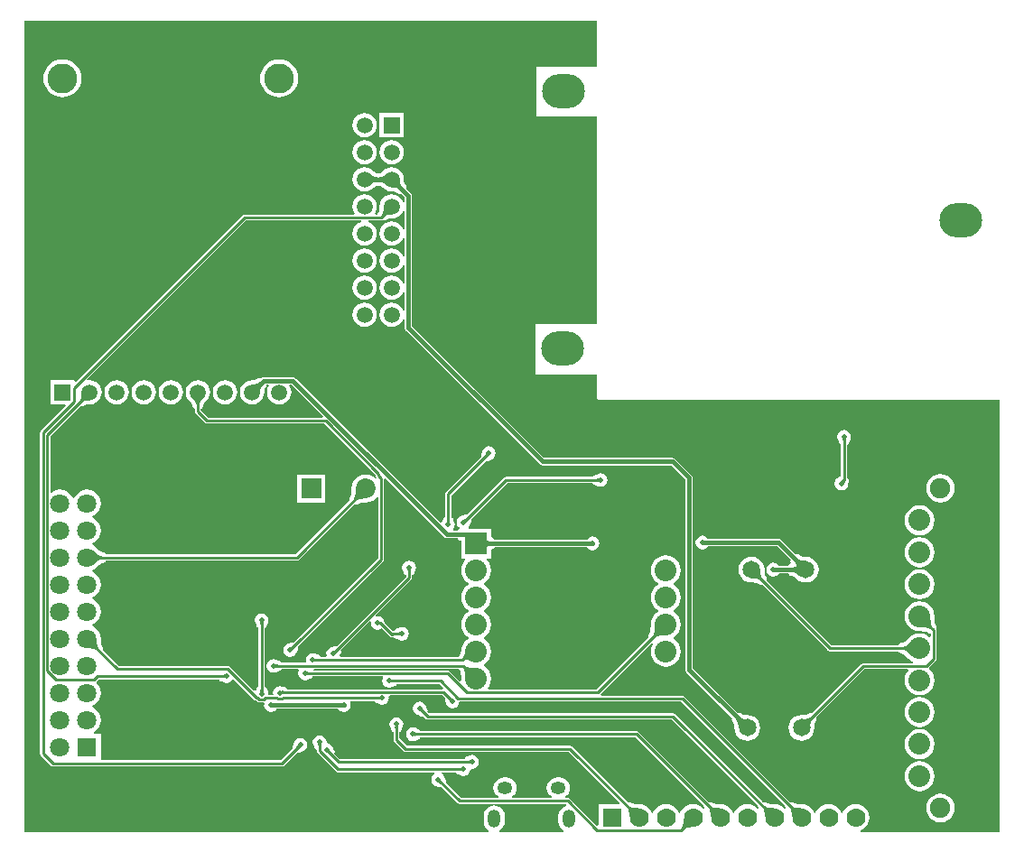
<source format=gbl>
G04*
G04 #@! TF.GenerationSoftware,Altium Limited,Altium Designer,19.1.5 (86)*
G04*
G04 Layer_Physical_Order=2*
G04 Layer_Color=16711680*
%FSLAX25Y25*%
%MOIN*%
G70*
G01*
G75*
%ADD14C,0.01000*%
%ADD51C,0.01500*%
%ADD54C,0.06496*%
%ADD55C,0.08000*%
%ADD56C,0.07500*%
%ADD57R,0.07087X0.07087*%
%ADD58C,0.07087*%
%ADD59C,0.07284*%
%ADD60R,0.07284X0.07284*%
%ADD61R,0.08000X0.08000*%
%ADD62O,0.04724X0.06693*%
%ADD63O,0.05512X0.04528*%
%ADD64C,0.07000*%
%ADD65R,0.07000X0.07000*%
%ADD66C,0.11000*%
%ADD67C,0.05906*%
%ADD68R,0.05906X0.05906*%
%ADD69R,0.05906X0.05906*%
%ADD70O,0.15748X0.12598*%
%ADD71C,0.02000*%
G36*
X471872Y414876D02*
X471614Y415126D01*
X471358Y415350D01*
X471103Y415547D01*
X470849Y415718D01*
X470597Y415863D01*
X470345Y415982D01*
X470095Y416074D01*
X469847Y416140D01*
X469599Y416179D01*
X469353Y416192D01*
Y417692D01*
X469599Y417706D01*
X469847Y417745D01*
X470095Y417811D01*
X470345Y417903D01*
X470597Y418022D01*
X470849Y418166D01*
X471103Y418338D01*
X471358Y418535D01*
X471614Y418759D01*
X471872Y419009D01*
Y414876D01*
D02*
G37*
G36*
X466347Y418759D02*
X466603Y418535D01*
X466858Y418338D01*
X467112Y418166D01*
X467364Y418022D01*
X467616Y417903D01*
X467866Y417811D01*
X468114Y417745D01*
X468362Y417706D01*
X468608Y417692D01*
Y416192D01*
X468362Y416179D01*
X468114Y416140D01*
X467866Y416074D01*
X467616Y415982D01*
X467364Y415863D01*
X467112Y415718D01*
X466858Y415547D01*
X466603Y415350D01*
X466347Y415126D01*
X466089Y414876D01*
Y419009D01*
X466347Y418759D01*
D02*
G37*
G36*
X476938Y416554D02*
X476961Y416214D01*
X477002Y415894D01*
X477060Y415594D01*
X477136Y415313D01*
X477230Y415051D01*
X477342Y414809D01*
X477471Y414587D01*
X477618Y414384D01*
X477783Y414200D01*
X476722Y413140D01*
X476539Y413305D01*
X476336Y413452D01*
X476113Y413581D01*
X475872Y413693D01*
X475610Y413787D01*
X475329Y413863D01*
X475029Y413921D01*
X474709Y413962D01*
X474369Y413985D01*
X474010Y413990D01*
X476933Y416913D01*
X476938Y416554D01*
D02*
G37*
G36*
X473951Y403990D02*
X473527Y403987D01*
X472766Y403935D01*
X472429Y403887D01*
X472122Y403823D01*
X471844Y403744D01*
X471595Y403650D01*
X471375Y403542D01*
X471185Y403417D01*
X471023Y403278D01*
X470316Y403985D01*
X470456Y404147D01*
X470579Y404337D01*
X470688Y404557D01*
X470782Y404806D01*
X470861Y405084D01*
X470925Y405391D01*
X470973Y405728D01*
X471025Y406489D01*
X471028Y406913D01*
X473951Y403990D01*
D02*
G37*
G36*
X549733Y458528D02*
X527327D01*
Y457628D01*
Y441428D01*
Y440028D01*
X549733D01*
Y363362D01*
X526972D01*
Y362462D01*
Y346262D01*
Y344862D01*
X549733D01*
Y336400D01*
X549799Y336068D01*
X549987Y335787D01*
X550268Y335599D01*
X550600Y335533D01*
X698333D01*
Y176004D01*
X647028D01*
X646929Y176504D01*
X647722Y176832D01*
X648766Y177634D01*
X649568Y178678D01*
X650071Y179895D01*
X650243Y181200D01*
X650071Y182505D01*
X649568Y183722D01*
X648766Y184766D01*
X647722Y185567D01*
X646505Y186071D01*
X645200Y186243D01*
X643895Y186071D01*
X642678Y185567D01*
X641634Y184766D01*
X640833Y183722D01*
X640471Y182848D01*
X639929D01*
X639568Y183722D01*
X638766Y184766D01*
X637722Y185567D01*
X636505Y186071D01*
X635200Y186243D01*
X633895Y186071D01*
X632678Y185567D01*
X631634Y184766D01*
X630832Y183722D01*
X630471Y182848D01*
X629929D01*
X629567Y183722D01*
X628766Y184766D01*
X627722Y185567D01*
X626505Y186071D01*
X625200Y186243D01*
X625097Y186230D01*
X624688Y186232D01*
X623844Y186283D01*
X623527Y186324D01*
X623248Y186377D01*
X623024Y186435D01*
X622859Y186493D01*
X622754Y186542D01*
X622706Y186571D01*
X622609Y186654D01*
X622402Y186769D01*
X622204Y186901D01*
X622142Y186913D01*
X622087Y186944D01*
X621852Y186971D01*
X621619Y187017D01*
X621557Y187005D01*
X621494Y187012D01*
X621266Y186947D01*
X621077Y186909D01*
X581993Y225993D01*
X581629Y226236D01*
X581200Y226322D01*
X581200Y226322D01*
X551215D01*
X551008Y226821D01*
X570048Y245861D01*
X570113Y245857D01*
X570322Y245409D01*
X570308Y245290D01*
X570296Y245274D01*
X569742Y243936D01*
X569553Y242500D01*
X569742Y241064D01*
X570296Y239726D01*
X571177Y238577D01*
X572326Y237696D01*
X573664Y237142D01*
X575100Y236952D01*
X576536Y237142D01*
X577874Y237696D01*
X579023Y238577D01*
X579904Y239726D01*
X580458Y241064D01*
X580648Y242500D01*
X580458Y243936D01*
X579904Y245274D01*
X579023Y246423D01*
X578000Y247207D01*
X577957Y247373D01*
Y247627D01*
X578000Y247793D01*
X579023Y248577D01*
X579904Y249726D01*
X580458Y251064D01*
X580648Y252500D01*
X580458Y253936D01*
X579904Y255274D01*
X579023Y256423D01*
X578000Y257207D01*
X577957Y257373D01*
Y257627D01*
X578000Y257793D01*
X579023Y258577D01*
X579904Y259726D01*
X580458Y261064D01*
X580648Y262500D01*
X580458Y263936D01*
X579904Y265274D01*
X579023Y266423D01*
X578000Y267207D01*
X577957Y267373D01*
Y267627D01*
X578000Y267793D01*
X579023Y268577D01*
X579904Y269726D01*
X580458Y271064D01*
X580648Y272500D01*
X580458Y273936D01*
X579904Y275274D01*
X579023Y276423D01*
X577874Y277304D01*
X576536Y277858D01*
X575100Y278047D01*
X573664Y277858D01*
X572326Y277304D01*
X571177Y276423D01*
X570296Y275274D01*
X569742Y273936D01*
X569553Y272500D01*
X569742Y271064D01*
X570296Y269726D01*
X571177Y268577D01*
X572200Y267793D01*
X572242Y267627D01*
Y267373D01*
X572200Y267207D01*
X571177Y266423D01*
X570296Y265274D01*
X569742Y263936D01*
X569553Y262500D01*
X569742Y261064D01*
X570296Y259726D01*
X571177Y258577D01*
X572200Y257793D01*
X572242Y257627D01*
Y257373D01*
X572200Y257207D01*
X571177Y256423D01*
X570296Y255274D01*
X569742Y253936D01*
X569553Y252500D01*
X569570Y252364D01*
X569568Y251885D01*
X569512Y250871D01*
X569465Y250481D01*
X569405Y250137D01*
X569336Y249858D01*
X569267Y249649D01*
X569205Y249511D01*
X569165Y249444D01*
X569071Y249333D01*
X568959Y249129D01*
X568830Y248936D01*
X568817Y248869D01*
X568784Y248809D01*
X568759Y248578D01*
X568714Y248350D01*
X568727Y248284D01*
X568720Y248216D01*
X568785Y247993D01*
X568822Y247808D01*
X549525Y228512D01*
X509602D01*
X509356Y229012D01*
X509904Y229726D01*
X510458Y231064D01*
X510647Y232500D01*
X510458Y233936D01*
X509904Y235274D01*
X509023Y236423D01*
X508000Y237207D01*
X507958Y237373D01*
Y237627D01*
X508000Y237793D01*
X509023Y238577D01*
X509904Y239726D01*
X510458Y241064D01*
X510647Y242500D01*
X510458Y243936D01*
X509904Y245274D01*
X509023Y246423D01*
X508000Y247207D01*
X507958Y247373D01*
Y247627D01*
X508000Y247793D01*
X509023Y248577D01*
X509904Y249726D01*
X510458Y251064D01*
X510647Y252500D01*
X510458Y253936D01*
X509904Y255274D01*
X509023Y256423D01*
X508000Y257207D01*
X507958Y257373D01*
Y257627D01*
X508000Y257793D01*
X509023Y258577D01*
X509904Y259726D01*
X510458Y261064D01*
X510647Y262500D01*
X510458Y263936D01*
X509904Y265274D01*
X509023Y266423D01*
X508000Y267207D01*
X507958Y267373D01*
Y267627D01*
X508000Y267793D01*
X509023Y268577D01*
X509904Y269726D01*
X510458Y271064D01*
X510647Y272500D01*
X510458Y273936D01*
X509904Y275274D01*
X509023Y276423D01*
X508887Y276526D01*
X509048Y277000D01*
X510600D01*
Y280220D01*
X510628Y280221D01*
X510900Y280283D01*
X511173Y280337D01*
X511190Y280348D01*
X511210Y280353D01*
X511438Y280514D01*
X511669Y280669D01*
X511681Y280685D01*
X511697Y280697D01*
X511846Y280933D01*
X511973Y281123D01*
X546013D01*
X546298Y280698D01*
X547124Y280145D01*
X548100Y279951D01*
X549076Y280145D01*
X549902Y280698D01*
X550455Y281524D01*
X550649Y282500D01*
X550455Y283475D01*
X549902Y284302D01*
X549076Y284855D01*
X548100Y285049D01*
X547124Y284855D01*
X546298Y284302D01*
X546013Y283876D01*
X511973D01*
X511846Y284067D01*
X511697Y284303D01*
X511681Y284315D01*
X511669Y284331D01*
X511438Y284486D01*
X511210Y284647D01*
X511190Y284652D01*
X511173Y284663D01*
X510900Y284717D01*
X510628Y284779D01*
X510600Y284780D01*
Y288000D01*
X502419D01*
X502274Y288478D01*
X502302Y288498D01*
X502855Y289324D01*
X502969Y289899D01*
X502992Y289922D01*
X503145Y290161D01*
X503303Y290398D01*
X503306Y290412D01*
X503314Y290424D01*
X503364Y290704D01*
X503420Y290983D01*
X503417Y290997D01*
X503419Y291012D01*
X503359Y291289D01*
X503312Y291526D01*
X516565Y304779D01*
X548145D01*
X548271Y304591D01*
X548412Y304361D01*
X548436Y304343D01*
X548453Y304319D01*
X548677Y304169D01*
X548895Y304011D01*
X548924Y304004D01*
X548949Y303987D01*
X549213Y303935D01*
X549475Y303872D01*
X549539Y303869D01*
X550025Y303545D01*
X551000Y303351D01*
X551975Y303545D01*
X552802Y304098D01*
X553355Y304925D01*
X553549Y305900D01*
X553355Y306875D01*
X552802Y307702D01*
X551975Y308255D01*
X551000Y308449D01*
X550025Y308255D01*
X549538Y307930D01*
X549506Y307929D01*
X549228Y307868D01*
X548949Y307813D01*
X548937Y307805D01*
X548922Y307802D01*
X548689Y307640D01*
X548453Y307481D01*
X548445Y307469D01*
X548433Y307461D01*
X548279Y307222D01*
X548145Y307021D01*
X516100D01*
X516100Y307022D01*
X515671Y306936D01*
X515307Y306693D01*
X515307Y306693D01*
X501726Y293112D01*
X501504Y293156D01*
X501242Y293218D01*
X501212Y293214D01*
X501183Y293220D01*
X500919Y293167D01*
X500653Y293125D01*
X500627Y293109D01*
X500598Y293103D01*
X500374Y292953D01*
X500144Y292812D01*
X500097Y292769D01*
X499524Y292655D01*
X498698Y292102D01*
X498145Y291276D01*
X497951Y290300D01*
X498145Y289324D01*
X498698Y288498D01*
X498884Y288373D01*
X498900Y288320D01*
X498850Y287795D01*
X498784Y287751D01*
X498539Y287590D01*
X498536Y287585D01*
X498531Y287581D01*
X498368Y287338D01*
X498224Y287126D01*
X496745D01*
X496689Y287312D01*
X496622Y287627D01*
X497155Y288424D01*
X497349Y289400D01*
X497155Y290375D01*
X496830Y290862D01*
X496829Y290895D01*
X496768Y291173D01*
X496713Y291451D01*
X496705Y291463D01*
X496702Y291477D01*
X496539Y291711D01*
X496381Y291948D01*
X496369Y291955D01*
X496361Y291967D01*
X496122Y292121D01*
X495922Y292255D01*
Y300335D01*
X508574Y312988D01*
X508796Y312944D01*
X509058Y312882D01*
X509088Y312886D01*
X509117Y312880D01*
X509381Y312933D01*
X509648Y312975D01*
X509673Y312991D01*
X509702Y312997D01*
X509926Y313147D01*
X510156Y313288D01*
X510203Y313331D01*
X510776Y313445D01*
X511602Y313998D01*
X512155Y314825D01*
X512349Y315800D01*
X512155Y316775D01*
X511602Y317602D01*
X510776Y318155D01*
X509800Y318349D01*
X508824Y318155D01*
X507998Y317602D01*
X507445Y316775D01*
X507331Y316201D01*
X507308Y316178D01*
X507155Y315939D01*
X506997Y315702D01*
X506994Y315688D01*
X506986Y315676D01*
X506936Y315396D01*
X506880Y315117D01*
X506883Y315103D01*
X506881Y315089D01*
X506941Y314810D01*
X506988Y314574D01*
X494007Y301593D01*
X493764Y301229D01*
X493678Y300800D01*
X493678Y300800D01*
Y292255D01*
X493491Y292129D01*
X493261Y291988D01*
X493243Y291964D01*
X493219Y291948D01*
X493069Y291723D01*
X492911Y291505D01*
X492904Y291476D01*
X492887Y291451D01*
X492835Y291187D01*
X492772Y290925D01*
X492769Y290861D01*
X492445Y290375D01*
X492406Y290180D01*
X491928Y290035D01*
X438377Y343586D01*
X437930Y343884D01*
X437403Y343989D01*
X426713D01*
X426713Y343989D01*
X426186Y343884D01*
X425739Y343586D01*
X425739Y343586D01*
X425678Y343525D01*
X425474Y343566D01*
X425223Y343630D01*
X425182Y343624D01*
X425142Y343632D01*
X424888Y343582D01*
X424633Y343545D01*
X424597Y343524D01*
X424557Y343515D01*
X424342Y343372D01*
X424120Y343240D01*
X423996Y343129D01*
X423920Y343074D01*
X423827Y343020D01*
X423711Y342967D01*
X423570Y342916D01*
X423402Y342870D01*
X423206Y342832D01*
X422980Y342804D01*
X422726Y342786D01*
X422465Y342783D01*
X422400Y342791D01*
X421238Y342638D01*
X420154Y342190D01*
X419224Y341476D01*
X418510Y340546D01*
X418062Y339462D01*
X417909Y338300D01*
X418062Y337138D01*
X418510Y336054D01*
X419224Y335124D01*
X420154Y334411D01*
X421238Y333962D01*
X422400Y333809D01*
X423562Y333962D01*
X424646Y334411D01*
X425576Y335124D01*
X426290Y336054D01*
X426738Y337138D01*
X426891Y338300D01*
X426883Y338365D01*
X426886Y338626D01*
X426904Y338880D01*
X426932Y339106D01*
X426970Y339302D01*
X427016Y339471D01*
X427067Y339611D01*
X427120Y339727D01*
X427174Y339820D01*
X427229Y339896D01*
X427340Y340020D01*
X427472Y340242D01*
X427615Y340457D01*
X427624Y340497D01*
X427645Y340533D01*
X427681Y340789D01*
X427732Y341042D01*
X428177Y341236D01*
X428475D01*
X428696Y340788D01*
X428511Y340546D01*
X428062Y339462D01*
X427909Y338300D01*
X428062Y337138D01*
X428511Y336054D01*
X429224Y335124D01*
X430154Y334411D01*
X431238Y333962D01*
X432400Y333809D01*
X433562Y333962D01*
X434646Y334411D01*
X435576Y335124D01*
X436290Y336054D01*
X436738Y337138D01*
X436891Y338300D01*
X436738Y339462D01*
X436290Y340546D01*
X436103Y340788D01*
X436325Y341236D01*
X436833D01*
X448686Y329383D01*
X448495Y328922D01*
X406265D01*
X403521Y331665D01*
Y332229D01*
X403687Y332340D01*
X403899Y332460D01*
X403934Y332505D01*
X403981Y332537D01*
X404116Y332739D01*
X404266Y332931D01*
X404281Y332986D01*
X404313Y333033D01*
X404360Y333271D01*
X404425Y333506D01*
X404433Y333615D01*
X404440Y333649D01*
X404466Y333724D01*
X404517Y333838D01*
X404600Y333986D01*
X404717Y334163D01*
X404858Y334352D01*
X405291Y334849D01*
X405522Y335083D01*
X405576Y335124D01*
X406289Y336054D01*
X406738Y337138D01*
X406891Y338300D01*
X406738Y339462D01*
X406289Y340546D01*
X405576Y341476D01*
X404646Y342190D01*
X403562Y342638D01*
X402400Y342791D01*
X401238Y342638D01*
X400154Y342190D01*
X399224Y341476D01*
X398511Y340546D01*
X398062Y339462D01*
X397909Y338300D01*
X398062Y337138D01*
X398511Y336054D01*
X399224Y335124D01*
X399278Y335083D01*
X399509Y334849D01*
X399942Y334352D01*
X400083Y334163D01*
X400200Y333986D01*
X400283Y333838D01*
X400334Y333724D01*
X400359Y333649D01*
X400367Y333615D01*
X400375Y333506D01*
X400440Y333271D01*
X400487Y333033D01*
X400519Y332986D01*
X400534Y332931D01*
X400683Y332739D01*
X400819Y332537D01*
X400866Y332505D01*
X400901Y332460D01*
X401113Y332340D01*
X401278Y332229D01*
Y331200D01*
X401278Y331200D01*
X401364Y330771D01*
X401607Y330407D01*
X405007Y327007D01*
X405007Y327007D01*
X405371Y326764D01*
X405800Y326678D01*
X405800Y326678D01*
X449135D01*
X467978Y307835D01*
Y307500D01*
X467978Y307500D01*
X468064Y307071D01*
X468307Y306707D01*
X468307Y306697D01*
X467908Y306405D01*
X466895Y307183D01*
X465644Y307701D01*
X464302Y307877D01*
X462959Y307701D01*
X461708Y307183D01*
X460634Y306358D01*
X459810Y305284D01*
X459292Y304033D01*
X459116Y302691D01*
X459130Y302579D01*
X459128Y302150D01*
X459076Y301257D01*
X459033Y300920D01*
X458978Y300622D01*
X458917Y300382D01*
X458855Y300205D01*
X458803Y300090D01*
X458770Y300038D01*
X458684Y299936D01*
X458570Y299730D01*
X458439Y299534D01*
X458427Y299471D01*
X458395Y299414D01*
X458369Y299180D01*
X458323Y298949D01*
X458335Y298886D01*
X458328Y298821D01*
X458393Y298595D01*
X458431Y298407D01*
X438446Y278421D01*
X368523D01*
X368415Y278582D01*
X368300Y278789D01*
X368251Y278829D01*
X368215Y278881D01*
X368018Y279013D01*
X367833Y279160D01*
X367772Y279178D01*
X367719Y279213D01*
X367487Y279259D01*
X367259Y279324D01*
X367131Y279335D01*
X367074Y279348D01*
X366963Y279389D01*
X366801Y279467D01*
X366598Y279586D01*
X366358Y279750D01*
X366101Y279949D01*
X365457Y280521D01*
X365162Y280813D01*
X365097Y280897D01*
X364043Y281705D01*
X363261Y282029D01*
Y282571D01*
X364043Y282895D01*
X365097Y283703D01*
X365905Y284757D01*
X366413Y285983D01*
X366587Y287300D01*
X366413Y288617D01*
X365905Y289843D01*
X365097Y290897D01*
X364043Y291705D01*
X363261Y292029D01*
Y292571D01*
X364043Y292895D01*
X365097Y293703D01*
X365905Y294757D01*
X366413Y295983D01*
X366587Y297300D01*
X366413Y298617D01*
X365905Y299843D01*
X365097Y300897D01*
X364043Y301705D01*
X362817Y302214D01*
X361500Y302387D01*
X360183Y302214D01*
X358957Y301705D01*
X357903Y300897D01*
X357095Y299843D01*
X356771Y299061D01*
X356229D01*
X355905Y299843D01*
X355097Y300897D01*
X354043Y301705D01*
X352817Y302214D01*
X351500Y302387D01*
X350183Y302214D01*
X348957Y301705D01*
X348417Y301291D01*
X347968Y301512D01*
Y322166D01*
X357393Y331591D01*
X357393Y331591D01*
X357627Y331941D01*
X358901Y333214D01*
X359096Y333175D01*
X359331Y333111D01*
X359387Y333118D01*
X359443Y333106D01*
X359682Y333154D01*
X359923Y333184D01*
X359972Y333212D01*
X360028Y333223D01*
X360230Y333358D01*
X360442Y333478D01*
X360525Y333550D01*
X360554Y333569D01*
X360625Y333604D01*
X360742Y333648D01*
X360905Y333694D01*
X361113Y333737D01*
X361347Y333771D01*
X362004Y333815D01*
X362333Y333818D01*
X362400Y333809D01*
X363562Y333962D01*
X364646Y334411D01*
X365576Y335124D01*
X366289Y336054D01*
X366738Y337138D01*
X366891Y338300D01*
X366738Y339462D01*
X366289Y340546D01*
X365576Y341476D01*
X364646Y342190D01*
X363562Y342638D01*
X362400Y342791D01*
X361673Y342695D01*
X361439Y343169D01*
X420011Y401741D01*
X462622D01*
X462721Y401240D01*
X461735Y400832D01*
X460805Y400118D01*
X460091Y399188D01*
X459642Y398105D01*
X459489Y396942D01*
X459642Y395780D01*
X460091Y394697D01*
X460805Y393767D01*
X461735Y393053D01*
X462818Y392604D01*
X463980Y392451D01*
X465143Y392604D01*
X466226Y393053D01*
X467156Y393767D01*
X467870Y394697D01*
X468319Y395780D01*
X468472Y396942D01*
X468319Y398105D01*
X467870Y399188D01*
X467156Y400118D01*
X466226Y400832D01*
X465240Y401240D01*
X465339Y401741D01*
X469900D01*
X469900Y401740D01*
X470329Y401826D01*
X470413Y401882D01*
X470438Y401865D01*
X470677Y401818D01*
X470911Y401753D01*
X470967Y401760D01*
X471023Y401749D01*
X471262Y401796D01*
X471503Y401826D01*
X471553Y401854D01*
X471609Y401865D01*
X471811Y402000D01*
X472022Y402120D01*
X472106Y402192D01*
X472135Y402211D01*
X472206Y402246D01*
X472323Y402290D01*
X472485Y402336D01*
X472693Y402379D01*
X472927Y402413D01*
X473584Y402458D01*
X473913Y402460D01*
X473980Y402451D01*
X475143Y402604D01*
X476226Y403053D01*
X477156Y403767D01*
X477870Y404697D01*
X478124Y405309D01*
X478623Y405210D01*
Y398675D01*
X478124Y398576D01*
X477870Y399188D01*
X477156Y400118D01*
X476226Y400832D01*
X475143Y401280D01*
X473980Y401434D01*
X472818Y401280D01*
X471735Y400832D01*
X470805Y400118D01*
X470091Y399188D01*
X469642Y398105D01*
X469489Y396942D01*
X469642Y395780D01*
X470091Y394697D01*
X470805Y393767D01*
X471735Y393053D01*
X472818Y392604D01*
X473980Y392451D01*
X475143Y392604D01*
X476226Y393053D01*
X477156Y393767D01*
X477870Y394697D01*
X478124Y395309D01*
X478623Y395210D01*
Y388675D01*
X478124Y388576D01*
X477870Y389188D01*
X477156Y390118D01*
X476226Y390832D01*
X475143Y391281D01*
X473980Y391434D01*
X472818Y391281D01*
X471735Y390832D01*
X470805Y390118D01*
X470091Y389188D01*
X469642Y388105D01*
X469489Y386942D01*
X469642Y385780D01*
X470091Y384697D01*
X470805Y383767D01*
X471735Y383053D01*
X472818Y382604D01*
X473980Y382451D01*
X475143Y382604D01*
X476226Y383053D01*
X477156Y383767D01*
X477870Y384697D01*
X478124Y385309D01*
X478623Y385210D01*
Y378675D01*
X478124Y378576D01*
X477870Y379188D01*
X477156Y380118D01*
X476226Y380832D01*
X475143Y381280D01*
X473980Y381434D01*
X472818Y381280D01*
X471735Y380832D01*
X470805Y380118D01*
X470091Y379188D01*
X469642Y378105D01*
X469489Y376942D01*
X469642Y375780D01*
X470091Y374697D01*
X470805Y373767D01*
X471735Y373053D01*
X472818Y372604D01*
X473980Y372451D01*
X475143Y372604D01*
X476226Y373053D01*
X477156Y373767D01*
X477870Y374697D01*
X478124Y375309D01*
X478623Y375210D01*
Y368675D01*
X478124Y368576D01*
X477870Y369188D01*
X477156Y370118D01*
X476226Y370832D01*
X475143Y371281D01*
X473980Y371434D01*
X472818Y371281D01*
X471735Y370832D01*
X470805Y370118D01*
X470091Y369188D01*
X469642Y368105D01*
X469489Y366942D01*
X469642Y365780D01*
X470091Y364697D01*
X470805Y363767D01*
X471735Y363053D01*
X472818Y362604D01*
X473980Y362451D01*
X475143Y362604D01*
X476226Y363053D01*
X477156Y363767D01*
X477870Y364697D01*
X478124Y365309D01*
X478623Y365210D01*
Y362300D01*
X478728Y361773D01*
X479027Y361327D01*
X528627Y311727D01*
X529073Y311428D01*
X529600Y311323D01*
X577030D01*
X582224Y306130D01*
Y235947D01*
X582328Y235420D01*
X582627Y234974D01*
X599634Y217966D01*
X599594Y217765D01*
X599530Y217519D01*
X599536Y217474D01*
X599528Y217429D01*
X599577Y217180D01*
X599612Y216928D01*
X599635Y216889D01*
X599644Y216844D01*
X599786Y216633D01*
X599914Y216413D01*
X600031Y216282D01*
X600090Y216198D01*
X600151Y216089D01*
X600212Y215949D01*
X600271Y215776D01*
X600323Y215569D01*
X600363Y215348D01*
X600419Y214718D01*
X600422Y214431D01*
X600411Y214347D01*
X600574Y213108D01*
X601053Y211953D01*
X601814Y210961D01*
X602806Y210200D01*
X603961Y209721D01*
X605200Y209558D01*
X606439Y209721D01*
X607594Y210200D01*
X608586Y210961D01*
X609347Y211953D01*
X609826Y213108D01*
X609989Y214347D01*
X609826Y215587D01*
X609347Y216742D01*
X608586Y217734D01*
X607594Y218495D01*
X606439Y218973D01*
X605200Y219136D01*
X605117Y219125D01*
X604809Y219129D01*
X604498Y219148D01*
X604221Y219180D01*
X603978Y219224D01*
X603771Y219276D01*
X603598Y219335D01*
X603458Y219396D01*
X603349Y219457D01*
X603265Y219516D01*
X603134Y219633D01*
X602915Y219762D01*
X602703Y219903D01*
X602659Y219912D01*
X602620Y219935D01*
X602367Y219970D01*
X602118Y220020D01*
X602073Y220011D01*
X602029Y220017D01*
X601782Y219953D01*
X601581Y219913D01*
X584976Y236517D01*
Y306700D01*
X584872Y307227D01*
X584573Y307673D01*
X578573Y313673D01*
X578127Y313972D01*
X577600Y314076D01*
X530170D01*
X481377Y362870D01*
Y410923D01*
X481272Y411449D01*
X480973Y411896D01*
X479206Y413664D01*
X479246Y413869D01*
X479310Y414119D01*
X479304Y414160D01*
X479312Y414200D01*
X479262Y414454D01*
X479225Y414710D01*
X479204Y414745D01*
X479196Y414786D01*
X479052Y415000D01*
X478921Y415223D01*
X478809Y415346D01*
X478755Y415422D01*
X478700Y415516D01*
X478647Y415631D01*
X478596Y415772D01*
X478551Y415940D01*
X478513Y416137D01*
X478484Y416362D01*
X478467Y416616D01*
X478463Y416878D01*
X478472Y416942D01*
X478319Y418105D01*
X477870Y419188D01*
X477156Y420118D01*
X476226Y420832D01*
X475143Y421280D01*
X473980Y421434D01*
X472818Y421280D01*
X471735Y420832D01*
X470805Y420118D01*
X470765Y420066D01*
X470577Y419884D01*
X470386Y419717D01*
X470206Y419578D01*
X470040Y419465D01*
X469889Y419379D01*
X469753Y419315D01*
X469634Y419271D01*
X469530Y419243D01*
X469437Y419229D01*
X469271Y419220D01*
X469021Y419156D01*
X468980Y419148D01*
X468940Y419156D01*
X468690Y419220D01*
X468524Y419229D01*
X468431Y419243D01*
X468327Y419271D01*
X468208Y419315D01*
X468072Y419379D01*
X467921Y419465D01*
X467755Y419578D01*
X467575Y419717D01*
X467383Y419884D01*
X467196Y420066D01*
X467156Y420118D01*
X466226Y420832D01*
X465143Y421280D01*
X463980Y421434D01*
X462818Y421280D01*
X461735Y420832D01*
X460805Y420118D01*
X460091Y419188D01*
X459642Y418105D01*
X459489Y416942D01*
X459642Y415780D01*
X460091Y414697D01*
X460805Y413767D01*
X461735Y413053D01*
X462818Y412604D01*
X463980Y412451D01*
X465143Y412604D01*
X466226Y413053D01*
X467156Y413767D01*
X467196Y413818D01*
X467383Y414001D01*
X467575Y414168D01*
X467755Y414307D01*
X467921Y414419D01*
X468072Y414506D01*
X468208Y414570D01*
X468327Y414614D01*
X468431Y414642D01*
X468524Y414656D01*
X468690Y414665D01*
X468940Y414729D01*
X468980Y414737D01*
X469021Y414729D01*
X469271Y414665D01*
X469437Y414656D01*
X469530Y414642D01*
X469634Y414614D01*
X469753Y414570D01*
X469889Y414506D01*
X470040Y414419D01*
X470206Y414307D01*
X470386Y414168D01*
X470577Y414001D01*
X470765Y413818D01*
X470805Y413767D01*
X471735Y413053D01*
X472818Y412604D01*
X473980Y412451D01*
X474045Y412460D01*
X474306Y412456D01*
X474560Y412439D01*
X474786Y412410D01*
X474983Y412372D01*
X475151Y412326D01*
X475292Y412276D01*
X475407Y412222D01*
X475501Y412168D01*
X475576Y412113D01*
X475700Y412002D01*
X475922Y411870D01*
X476137Y411727D01*
X476178Y411719D01*
X476213Y411698D01*
X476469Y411661D01*
X476722Y411611D01*
X476763Y411619D01*
X476804Y411613D01*
X477054Y411677D01*
X477259Y411717D01*
X478623Y410353D01*
Y408675D01*
X478124Y408576D01*
X477870Y409188D01*
X477156Y410118D01*
X476226Y410832D01*
X475143Y411280D01*
X473980Y411434D01*
X472818Y411280D01*
X471735Y410832D01*
X470805Y410118D01*
X470091Y409188D01*
X469642Y408105D01*
X469489Y406942D01*
X469498Y406875D01*
X469496Y406546D01*
X469451Y405889D01*
X469417Y405656D01*
X469374Y405448D01*
X469328Y405285D01*
X469284Y405168D01*
X469249Y405097D01*
X469230Y405068D01*
X469158Y404984D01*
X469038Y404773D01*
X468903Y404571D01*
X468892Y404515D01*
X468864Y404465D01*
X468834Y404224D01*
X468787Y403985D01*
X468785Y403984D01*
X467888D01*
X467667Y404432D01*
X467870Y404697D01*
X468319Y405780D01*
X468472Y406942D01*
X468319Y408105D01*
X467870Y409188D01*
X467156Y410118D01*
X466226Y410832D01*
X465143Y411280D01*
X463980Y411434D01*
X462818Y411280D01*
X461735Y410832D01*
X460805Y410118D01*
X460091Y409188D01*
X459642Y408105D01*
X459489Y406942D01*
X459642Y405780D01*
X460091Y404697D01*
X460294Y404432D01*
X460073Y403984D01*
X419546D01*
X419546Y403984D01*
X419117Y403898D01*
X418753Y403655D01*
X418753Y403655D01*
X357315Y342217D01*
X356853Y342408D01*
Y342753D01*
X347947D01*
Y333847D01*
X353445D01*
X353637Y333385D01*
X344454Y324202D01*
X344211Y323839D01*
X344125Y323409D01*
X344125Y323409D01*
Y204953D01*
X344125Y204953D01*
X344211Y204524D01*
X344454Y204160D01*
X348107Y200507D01*
X348471Y200264D01*
X348900Y200178D01*
X348900Y200178D01*
X433490D01*
X433490Y200178D01*
X433920Y200264D01*
X434283Y200507D01*
X439015Y205238D01*
X439236Y205194D01*
X439499Y205132D01*
X439528Y205136D01*
X439557Y205130D01*
X439822Y205183D01*
X440088Y205225D01*
X440113Y205241D01*
X440143Y205247D01*
X440367Y205397D01*
X440596Y205538D01*
X440644Y205581D01*
X441216Y205695D01*
X442043Y206248D01*
X442595Y207074D01*
X442789Y208050D01*
X442595Y209026D01*
X442043Y209852D01*
X441216Y210405D01*
X440240Y210599D01*
X439265Y210405D01*
X438438Y209852D01*
X437886Y209026D01*
X437771Y208451D01*
X437749Y208428D01*
X437595Y208189D01*
X437437Y207952D01*
X437434Y207938D01*
X437427Y207926D01*
X437376Y207646D01*
X437321Y207367D01*
X437324Y207353D01*
X437321Y207339D01*
X437382Y207061D01*
X437429Y206824D01*
X433026Y202422D01*
X366543D01*
Y212343D01*
X364019D01*
X363919Y212843D01*
X364043Y212895D01*
X365097Y213703D01*
X365905Y214757D01*
X366413Y215983D01*
X366587Y217300D01*
X366413Y218617D01*
X365905Y219843D01*
X365097Y220897D01*
X364043Y221705D01*
X363261Y222029D01*
Y222571D01*
X364043Y222895D01*
X365097Y223703D01*
X365905Y224757D01*
X366413Y225983D01*
X366587Y227300D01*
X366413Y228617D01*
X365905Y229843D01*
X365097Y230897D01*
X364982Y230985D01*
X364993Y231607D01*
X365665Y232278D01*
X410145D01*
X410271Y232091D01*
X410412Y231861D01*
X410436Y231843D01*
X410453Y231819D01*
X410677Y231669D01*
X410895Y231511D01*
X410924Y231504D01*
X410949Y231487D01*
X411213Y231434D01*
X411475Y231372D01*
X411539Y231369D01*
X412024Y231045D01*
X413000Y230851D01*
X413975Y231045D01*
X414802Y231598D01*
X415174Y232154D01*
X415790Y232245D01*
X423403Y224633D01*
X423766Y224390D01*
X423910Y224361D01*
X424237Y224034D01*
X424237Y224034D01*
X424601Y223791D01*
X425030Y223705D01*
X425030Y223705D01*
X426547D01*
X426917Y223345D01*
X426963Y223234D01*
X426862Y222728D01*
X427056Y221752D01*
X427608Y220925D01*
X428436Y220373D01*
X429411Y220179D01*
X430386Y220373D01*
X431213Y220925D01*
X431498Y221351D01*
X454183D01*
X454468Y220925D01*
X455295Y220373D01*
X456270Y220179D01*
X457246Y220373D01*
X458073Y220925D01*
X458625Y221752D01*
X458819Y222728D01*
X458625Y223703D01*
X458518Y223863D01*
X458754Y224304D01*
X467556D01*
X467682Y224116D01*
X467823Y223887D01*
X467847Y223869D01*
X467863Y223844D01*
X468087Y223695D01*
X468306Y223536D01*
X468335Y223529D01*
X468360Y223513D01*
X468624Y223460D01*
X468886Y223398D01*
X468950Y223395D01*
X469435Y223071D01*
X470411Y222877D01*
X471386Y223071D01*
X472213Y223623D01*
X472766Y224450D01*
X472960Y225426D01*
X472865Y225904D01*
X473275Y226404D01*
X492610D01*
X493688Y225326D01*
X493644Y225104D01*
X493581Y224842D01*
X493586Y224812D01*
X493580Y224783D01*
X493633Y224519D01*
X493675Y224253D01*
X493691Y224227D01*
X493697Y224198D01*
X493847Y223974D01*
X493988Y223744D01*
X494031Y223697D01*
X494145Y223125D01*
X494698Y222298D01*
X495525Y221745D01*
X496500Y221551D01*
X497475Y221745D01*
X498302Y222298D01*
X498855Y223125D01*
X499045Y224078D01*
X580735D01*
X619490Y185323D01*
X619453Y185134D01*
X619388Y184906D01*
X619395Y184843D01*
X619383Y184783D01*
X619374Y184777D01*
X618914Y184573D01*
X618766Y184766D01*
X617722Y185567D01*
X616505Y186071D01*
X615200Y186243D01*
X615097Y186230D01*
X614688Y186232D01*
X613844Y186283D01*
X613527Y186324D01*
X613248Y186377D01*
X613024Y186435D01*
X612859Y186493D01*
X612754Y186542D01*
X612706Y186571D01*
X612609Y186654D01*
X612401Y186769D01*
X612204Y186901D01*
X612142Y186913D01*
X612087Y186944D01*
X611852Y186971D01*
X611619Y187017D01*
X611557Y187005D01*
X611494Y187012D01*
X611266Y186947D01*
X611077Y186909D01*
X578603Y219383D01*
X578239Y219626D01*
X577810Y219712D01*
X577810Y219711D01*
X487675D01*
X487112Y220274D01*
X487156Y220496D01*
X487219Y220758D01*
X487214Y220788D01*
X487220Y220817D01*
X487167Y221081D01*
X487125Y221347D01*
X487109Y221373D01*
X487103Y221402D01*
X486953Y221626D01*
X486812Y221856D01*
X486769Y221903D01*
X486655Y222476D01*
X486102Y223302D01*
X485276Y223855D01*
X484300Y224049D01*
X483324Y223855D01*
X482498Y223302D01*
X481945Y222476D01*
X481751Y221500D01*
X481945Y220525D01*
X482498Y219698D01*
X483324Y219145D01*
X483899Y219031D01*
X483922Y219008D01*
X484161Y218855D01*
X484398Y218697D01*
X484412Y218694D01*
X484424Y218686D01*
X484704Y218636D01*
X484983Y218580D01*
X484997Y218583D01*
X485011Y218581D01*
X485289Y218641D01*
X485526Y218688D01*
X486417Y217797D01*
X486417Y217797D01*
X486781Y217554D01*
X487210Y217468D01*
X487210Y217468D01*
X577345D01*
X609490Y185323D01*
X609453Y185134D01*
X609388Y184906D01*
X609395Y184843D01*
X609383Y184783D01*
X609374Y184777D01*
X608914Y184573D01*
X608766Y184766D01*
X607722Y185567D01*
X606505Y186071D01*
X605200Y186243D01*
X603895Y186071D01*
X602678Y185567D01*
X601634Y184766D01*
X600833Y183722D01*
X600471Y182848D01*
X599929D01*
X599568Y183722D01*
X598766Y184766D01*
X597722Y185567D01*
X596505Y186071D01*
X595200Y186243D01*
X595097Y186230D01*
X594688Y186232D01*
X593844Y186283D01*
X593527Y186324D01*
X593248Y186377D01*
X593024Y186435D01*
X592859Y186493D01*
X592754Y186542D01*
X592706Y186571D01*
X592609Y186654D01*
X592402Y186769D01*
X592204Y186901D01*
X592142Y186913D01*
X592087Y186944D01*
X591852Y186971D01*
X591619Y187017D01*
X591557Y187005D01*
X591494Y187012D01*
X591266Y186947D01*
X591077Y186909D01*
X565167Y212820D01*
X564803Y213063D01*
X564373Y213148D01*
X564373Y213148D01*
X484655D01*
X484529Y213336D01*
X484388Y213566D01*
X484364Y213583D01*
X484347Y213608D01*
X484123Y213758D01*
X483905Y213916D01*
X483876Y213923D01*
X483851Y213940D01*
X483587Y213992D01*
X483325Y214055D01*
X483261Y214057D01*
X482775Y214382D01*
X481800Y214576D01*
X480825Y214382D01*
X479998Y213829D01*
X479445Y213002D01*
X479251Y212027D01*
X479445Y211051D01*
X479998Y210224D01*
X480825Y209672D01*
X481800Y209478D01*
X482775Y209672D01*
X483262Y209997D01*
X483294Y209998D01*
X483572Y210058D01*
X483851Y210114D01*
X483863Y210122D01*
X483878Y210125D01*
X484111Y210287D01*
X484347Y210445D01*
X484355Y210457D01*
X484367Y210466D01*
X484521Y210705D01*
X484655Y210905D01*
X563909D01*
X589491Y185323D01*
X589453Y185134D01*
X589388Y184906D01*
X589395Y184843D01*
X589383Y184783D01*
X589374Y184777D01*
X588914Y184573D01*
X588766Y184766D01*
X587722Y185567D01*
X586505Y186071D01*
X585200Y186243D01*
X583895Y186071D01*
X582678Y185567D01*
X581634Y184766D01*
X580832Y183722D01*
X580471Y182848D01*
X579929D01*
X579567Y183722D01*
X578766Y184766D01*
X577722Y185567D01*
X576505Y186071D01*
X575200Y186243D01*
X573895Y186071D01*
X572678Y185567D01*
X571634Y184766D01*
X570832Y183722D01*
X570471Y182848D01*
X569929D01*
X569567Y183722D01*
X568766Y184766D01*
X567722Y185567D01*
X566505Y186071D01*
X565200Y186243D01*
X565097Y186230D01*
X564688Y186232D01*
X563844Y186283D01*
X563527Y186324D01*
X563248Y186377D01*
X563024Y186435D01*
X562859Y186493D01*
X562754Y186542D01*
X562706Y186571D01*
X562609Y186654D01*
X562401Y186769D01*
X562204Y186901D01*
X562142Y186913D01*
X562087Y186944D01*
X561852Y186971D01*
X561619Y187017D01*
X561557Y187005D01*
X561494Y187012D01*
X561266Y186947D01*
X561077Y186909D01*
X540593Y207393D01*
X540229Y207636D01*
X539800Y207722D01*
X539800Y207721D01*
X479565D01*
X476822Y210465D01*
Y212845D01*
X477009Y212971D01*
X477239Y213112D01*
X477257Y213136D01*
X477281Y213153D01*
X477431Y213377D01*
X477589Y213595D01*
X477596Y213624D01*
X477613Y213649D01*
X477666Y213913D01*
X477728Y214175D01*
X477731Y214239D01*
X478055Y214724D01*
X478249Y215700D01*
X478055Y216675D01*
X477502Y217502D01*
X476676Y218055D01*
X475700Y218249D01*
X474724Y218055D01*
X473898Y217502D01*
X473345Y216675D01*
X473151Y215700D01*
X473345Y214724D01*
X473670Y214238D01*
X473671Y214206D01*
X473732Y213928D01*
X473787Y213649D01*
X473795Y213637D01*
X473798Y213622D01*
X473960Y213389D01*
X474119Y213153D01*
X474131Y213144D01*
X474139Y213133D01*
X474378Y212979D01*
X474578Y212845D01*
Y210000D01*
X474578Y210000D01*
X474664Y209571D01*
X474907Y209207D01*
X478307Y205807D01*
X478307Y205807D01*
X478671Y205564D01*
X479100Y205478D01*
X479100Y205479D01*
X539335D01*
X558152Y186662D01*
X557961Y186200D01*
X550200D01*
Y178369D01*
X549700Y178162D01*
X539669Y188193D01*
X539305Y188436D01*
X538875Y188522D01*
X538875Y188522D01*
X538057D01*
X537993Y188643D01*
X537925Y189022D01*
X538619Y189554D01*
X539222Y190340D01*
X539602Y191256D01*
X539731Y192239D01*
X539602Y193221D01*
X539222Y194137D01*
X538619Y194923D01*
X537833Y195526D01*
X536917Y195905D01*
X535935Y196035D01*
X534950D01*
X533968Y195905D01*
X533052Y195526D01*
X532266Y194923D01*
X531663Y194137D01*
X531284Y193221D01*
X531154Y192239D01*
X531284Y191256D01*
X531663Y190340D01*
X532266Y189554D01*
X532960Y189022D01*
X532892Y188643D01*
X532828Y188522D01*
X518372D01*
X518308Y188643D01*
X518240Y189022D01*
X518934Y189554D01*
X519537Y190340D01*
X519916Y191256D01*
X520046Y192239D01*
X519916Y193221D01*
X519537Y194137D01*
X518934Y194923D01*
X518148Y195526D01*
X517232Y195905D01*
X516250Y196035D01*
X515265D01*
X514283Y195905D01*
X513367Y195526D01*
X512581Y194923D01*
X511978Y194137D01*
X511598Y193221D01*
X511469Y192239D01*
X511598Y191256D01*
X511978Y190340D01*
X512581Y189554D01*
X513275Y189022D01*
X513207Y188643D01*
X513143Y188522D01*
X499465D01*
X493912Y194074D01*
X493956Y194296D01*
X494019Y194558D01*
X494014Y194588D01*
X494020Y194617D01*
X493967Y194881D01*
X493925Y195148D01*
X493909Y195173D01*
X493903Y195202D01*
X493753Y195426D01*
X493612Y195656D01*
X493569Y195703D01*
X493455Y196275D01*
X492902Y197102D01*
X492340Y197478D01*
X492491Y197978D01*
X497645D01*
X497771Y197791D01*
X497912Y197561D01*
X497936Y197543D01*
X497953Y197519D01*
X498177Y197369D01*
X498395Y197211D01*
X498424Y197204D01*
X498449Y197187D01*
X498713Y197134D01*
X498975Y197072D01*
X499039Y197069D01*
X499524Y196745D01*
X500500Y196551D01*
X501475Y196745D01*
X502302Y197298D01*
X502855Y198125D01*
X503015Y198930D01*
X503485Y199274D01*
X503600Y199251D01*
X504575Y199445D01*
X505402Y199998D01*
X505955Y200824D01*
X506149Y201800D01*
X505955Y202776D01*
X505402Y203602D01*
X504575Y204155D01*
X503600Y204349D01*
X502625Y204155D01*
X502138Y203830D01*
X502106Y203829D01*
X501827Y203768D01*
X501549Y203713D01*
X501537Y203705D01*
X501522Y203702D01*
X501289Y203539D01*
X501053Y203381D01*
X501045Y203369D01*
X501033Y203361D01*
X500879Y203122D01*
X500745Y202922D01*
X454865D01*
X452812Y204974D01*
X452856Y205196D01*
X452918Y205458D01*
X452914Y205488D01*
X452920Y205517D01*
X452867Y205781D01*
X452825Y206048D01*
X452809Y206073D01*
X452803Y206102D01*
X452653Y206326D01*
X452512Y206556D01*
X452469Y206603D01*
X452355Y207175D01*
X451802Y208002D01*
X450976Y208555D01*
X450000Y208749D01*
X449886Y208863D01*
X449933Y209100D01*
X449739Y210075D01*
X449186Y210902D01*
X448359Y211455D01*
X447384Y211649D01*
X446409Y211455D01*
X445582Y210902D01*
X445029Y210075D01*
X444835Y209100D01*
X445029Y208124D01*
X445354Y207638D01*
X445355Y207606D01*
X445416Y207328D01*
X445471Y207049D01*
X445479Y207037D01*
X445482Y207023D01*
X445645Y206789D01*
X445803Y206553D01*
X445815Y206544D01*
X445823Y206533D01*
X446062Y206379D01*
X446262Y206245D01*
Y205846D01*
X446262Y205846D01*
X446348Y205417D01*
X446591Y205053D01*
X453337Y198307D01*
X453337Y198307D01*
X453701Y198064D01*
X454130Y197978D01*
X454130Y197978D01*
X489709D01*
X489860Y197478D01*
X489298Y197102D01*
X488745Y196275D01*
X488551Y195300D01*
X488745Y194325D01*
X489298Y193498D01*
X490125Y192945D01*
X490699Y192831D01*
X490722Y192808D01*
X490961Y192655D01*
X491198Y192497D01*
X491212Y192494D01*
X491224Y192486D01*
X491504Y192436D01*
X491783Y192380D01*
X491797Y192383D01*
X491812Y192381D01*
X492090Y192441D01*
X492326Y192488D01*
X498207Y186607D01*
X498207Y186607D01*
X498571Y186364D01*
X499000Y186278D01*
X499000Y186278D01*
X538215D01*
X538378Y186073D01*
X538376Y185934D01*
X538217Y185504D01*
X537432Y185179D01*
X536625Y184560D01*
X536006Y183753D01*
X535617Y182814D01*
X535484Y181806D01*
Y179837D01*
X535617Y178829D01*
X536006Y177889D01*
X536625Y177082D01*
X537379Y176504D01*
X537372Y176322D01*
X537238Y176004D01*
X513962D01*
X513828Y176322D01*
X513821Y176504D01*
X514575Y177082D01*
X515194Y177889D01*
X515583Y178829D01*
X515716Y179837D01*
Y181806D01*
X515583Y182814D01*
X515194Y183753D01*
X514575Y184560D01*
X513768Y185179D01*
X512829Y185568D01*
X511821Y185701D01*
X510812Y185568D01*
X509873Y185179D01*
X509066Y184560D01*
X508447Y183753D01*
X508058Y182814D01*
X507925Y181806D01*
Y179837D01*
X508058Y178829D01*
X508447Y177889D01*
X509066Y177082D01*
X509820Y176504D01*
X509813Y176322D01*
X509679Y176004D01*
X338367D01*
X338367Y475633D01*
X549733D01*
Y458528D01*
D02*
G37*
G36*
X426202Y341042D02*
X426038Y340858D01*
X425891Y340655D01*
X425761Y340433D01*
X425650Y340191D01*
X425556Y339930D01*
X425480Y339649D01*
X425421Y339348D01*
X425381Y339028D01*
X425358Y338689D01*
X425353Y338330D01*
X422430Y341253D01*
X422789Y341258D01*
X423128Y341281D01*
X423448Y341321D01*
X423749Y341380D01*
X424030Y341456D01*
X424291Y341550D01*
X424533Y341661D01*
X424755Y341791D01*
X424958Y341938D01*
X425142Y342103D01*
X426202Y341042D01*
D02*
G37*
G36*
X362370Y335347D02*
X361946Y335344D01*
X361186Y335293D01*
X360849Y335244D01*
X360542Y335180D01*
X360263Y335102D01*
X360015Y335008D01*
X359795Y334899D01*
X359604Y334775D01*
X359443Y334636D01*
X358736Y335343D01*
X358875Y335504D01*
X358999Y335695D01*
X359108Y335914D01*
X359202Y336163D01*
X359280Y336442D01*
X359344Y336749D01*
X359393Y337086D01*
X359444Y337846D01*
X359447Y338270D01*
X362370Y335347D01*
D02*
G37*
G36*
X404169Y335889D02*
X403668Y335315D01*
X403464Y335042D01*
X403292Y334780D01*
X403151Y334528D01*
X403041Y334285D01*
X402963Y334053D01*
X402916Y333831D01*
X402900Y333618D01*
X401900Y333618D01*
X401884Y333831D01*
X401837Y334053D01*
X401759Y334285D01*
X401649Y334528D01*
X401508Y334780D01*
X401336Y335042D01*
X401132Y335315D01*
X400631Y335889D01*
X400333Y336191D01*
X404467Y336191D01*
X404169Y335889D01*
D02*
G37*
G36*
X509790Y314800D02*
X509733Y314797D01*
X509674Y314785D01*
X509612Y314766D01*
X509548Y314739D01*
X509482Y314704D01*
X509413Y314661D01*
X509343Y314610D01*
X509270Y314551D01*
X509117Y314410D01*
X508410Y315117D01*
X508485Y315194D01*
X508610Y315343D01*
X508661Y315413D01*
X508704Y315482D01*
X508739Y315548D01*
X508766Y315612D01*
X508785Y315673D01*
X508797Y315733D01*
X508800Y315790D01*
X509790Y314800D01*
D02*
G37*
G36*
X550286Y305200D02*
X550243Y305238D01*
X550193Y305272D01*
X550136Y305302D01*
X550071Y305328D01*
X550000Y305350D01*
X549921Y305368D01*
X549835Y305382D01*
X549742Y305392D01*
X549534Y305400D01*
Y306400D01*
X549642Y306402D01*
X549835Y306418D01*
X549921Y306432D01*
X550000Y306450D01*
X550071Y306472D01*
X550136Y306498D01*
X550193Y306528D01*
X550243Y306562D01*
X550286Y306600D01*
Y305200D01*
D02*
G37*
G36*
X464265Y299050D02*
X463712Y299047D01*
X462727Y298989D01*
X462295Y298934D01*
X461904Y298862D01*
X461554Y298773D01*
X461244Y298666D01*
X460975Y298542D01*
X460747Y298400D01*
X460559Y298242D01*
X459852Y298949D01*
X460011Y299137D01*
X460152Y299365D01*
X460276Y299634D01*
X460383Y299943D01*
X460472Y300294D01*
X460545Y300685D01*
X460599Y301116D01*
X460657Y302101D01*
X460660Y302655D01*
X464265Y299050D01*
D02*
G37*
G36*
X501890Y290983D02*
X501816Y290906D01*
X501690Y290757D01*
X501639Y290687D01*
X501596Y290618D01*
X501561Y290552D01*
X501534Y290488D01*
X501515Y290426D01*
X501503Y290367D01*
X501500Y290310D01*
X500510Y291300D01*
X500567Y291303D01*
X500627Y291315D01*
X500688Y291334D01*
X500752Y291361D01*
X500818Y291396D01*
X500887Y291439D01*
X500957Y291490D01*
X501030Y291549D01*
X501183Y291690D01*
X501890Y290983D01*
D02*
G37*
G36*
X495302Y290758D02*
X495318Y290565D01*
X495332Y290479D01*
X495350Y290400D01*
X495372Y290329D01*
X495398Y290264D01*
X495428Y290207D01*
X495462Y290157D01*
X495500Y290114D01*
X494100D01*
X494138Y290157D01*
X494172Y290207D01*
X494202Y290264D01*
X494228Y290329D01*
X494250Y290400D01*
X494268Y290479D01*
X494282Y290565D01*
X494292Y290658D01*
X494300Y290866D01*
X495300D01*
X495302Y290758D01*
D02*
G37*
G36*
X501112Y286488D02*
X501124Y284250D01*
X501108Y284392D01*
X501062Y284520D01*
X500986Y284632D01*
X500880Y284730D01*
X500744Y284812D01*
X500578Y284880D01*
X500381Y284932D01*
X500155Y284970D01*
X499899Y284993D01*
X499612Y285000D01*
Y286500D01*
X501112Y286488D01*
D02*
G37*
G36*
X509091Y283857D02*
X509136Y283730D01*
X509212Y283617D01*
X509318Y283520D01*
X509454Y283437D01*
X509620Y283370D01*
X509817Y283317D01*
X510044Y283280D01*
X510301Y283258D01*
X510588Y283250D01*
Y281750D01*
X510301Y281743D01*
X510044Y281720D01*
X509817Y281682D01*
X509620Y281630D01*
X509454Y281562D01*
X509318Y281480D01*
X509212Y281382D01*
X509136Y281270D01*
X509091Y281142D01*
X509076Y281000D01*
Y284000D01*
X509091Y283857D01*
D02*
G37*
G36*
X364411Y279404D02*
X365125Y278770D01*
X365459Y278513D01*
X365777Y278295D01*
X366079Y278117D01*
X366366Y277978D01*
X366638Y277879D01*
X366894Y277820D01*
X367134Y277800D01*
Y276800D01*
X366894Y276780D01*
X366638Y276721D01*
X366366Y276622D01*
X366079Y276483D01*
X365777Y276305D01*
X365459Y276087D01*
X365125Y275830D01*
X364411Y275196D01*
X364030Y274820D01*
X364030Y279780D01*
X364411Y279404D01*
D02*
G37*
G36*
X481062Y272843D02*
X481028Y272793D01*
X480998Y272736D01*
X480972Y272672D01*
X480950Y272600D01*
X480932Y272521D01*
X480918Y272435D01*
X480908Y272342D01*
X480900Y272134D01*
X479900D01*
X479898Y272242D01*
X479882Y272435D01*
X479868Y272521D01*
X479850Y272600D01*
X479828Y272672D01*
X479802Y272736D01*
X479772Y272793D01*
X479738Y272843D01*
X479700Y272886D01*
X481100D01*
X481062Y272843D01*
D02*
G37*
G36*
X426562Y253343D02*
X426528Y253293D01*
X426498Y253236D01*
X426472Y253171D01*
X426450Y253100D01*
X426432Y253021D01*
X426418Y252935D01*
X426408Y252842D01*
X426400Y252634D01*
X425400D01*
X425398Y252742D01*
X425382Y252935D01*
X425368Y253021D01*
X425350Y253100D01*
X425328Y253171D01*
X425302Y253236D01*
X425272Y253293D01*
X425238Y253343D01*
X425200Y253386D01*
X426600D01*
X426562Y253343D01*
D02*
G37*
G36*
X477070Y248419D02*
X477027Y248457D01*
X476977Y248491D01*
X476920Y248521D01*
X476856Y248547D01*
X476784Y248569D01*
X476705Y248587D01*
X476619Y248601D01*
X476526Y248611D01*
X476318Y248619D01*
Y249619D01*
X476426Y249621D01*
X476619Y249637D01*
X476705Y249651D01*
X476784Y249669D01*
X476856Y249691D01*
X476920Y249717D01*
X476977Y249747D01*
X477027Y249781D01*
X477070Y249819D01*
Y248419D01*
D02*
G37*
G36*
X575060Y248500D02*
X574439Y248497D01*
X572857Y248378D01*
X572422Y248302D01*
X572035Y248207D01*
X571694Y248094D01*
X571399Y247962D01*
X571151Y247812D01*
X570950Y247643D01*
X570243Y248350D01*
X570412Y248551D01*
X570562Y248799D01*
X570694Y249094D01*
X570807Y249435D01*
X570902Y249822D01*
X570978Y250257D01*
X571037Y250738D01*
X571097Y251839D01*
X571100Y252460D01*
X575060Y248500D01*
D02*
G37*
G36*
X493293Y284777D02*
X493293Y284777D01*
X493740Y284478D01*
X494266Y284373D01*
X494266Y284373D01*
X498227D01*
X498354Y284183D01*
X498503Y283947D01*
X498519Y283935D01*
X498531Y283919D01*
X498762Y283764D01*
X498990Y283603D01*
X499010Y283598D01*
X499027Y283587D01*
X499300Y283533D01*
X499572Y283471D01*
X499600Y283470D01*
Y277000D01*
X501152D01*
X501313Y276526D01*
X501177Y276423D01*
X500296Y275274D01*
X499742Y273936D01*
X499552Y272500D01*
X499742Y271064D01*
X500296Y269726D01*
X501177Y268577D01*
X502200Y267793D01*
X502243Y267627D01*
Y267373D01*
X502200Y267207D01*
X501177Y266423D01*
X500296Y265274D01*
X499742Y263936D01*
X499552Y262500D01*
X499742Y261064D01*
X500296Y259726D01*
X501177Y258577D01*
X502200Y257793D01*
X502243Y257627D01*
Y257373D01*
X502200Y257207D01*
X501177Y256423D01*
X500296Y255274D01*
X499742Y253936D01*
X499552Y252500D01*
X499742Y251064D01*
X500296Y249726D01*
X501177Y248577D01*
X502200Y247793D01*
X502243Y247627D01*
Y247373D01*
X502200Y247207D01*
X501177Y246423D01*
X500296Y245274D01*
X499742Y243936D01*
X499675Y243431D01*
X499631Y243313D01*
X499568Y242925D01*
X499407Y242229D01*
X499324Y241962D01*
X499228Y241709D01*
X499128Y241486D01*
X499025Y241294D01*
X498920Y241130D01*
X498815Y240992D01*
X498663Y240825D01*
X498527Y240599D01*
X498502Y240563D01*
X455080D01*
X454745Y241063D01*
X454811Y241395D01*
X454834Y241418D01*
X454987Y241657D01*
X455145Y241894D01*
X455148Y241908D01*
X455156Y241920D01*
X455206Y242200D01*
X455262Y242479D01*
X455259Y242493D01*
X455262Y242508D01*
X455201Y242785D01*
X455154Y243021D01*
X465870Y253737D01*
X466330Y253491D01*
X466244Y253056D01*
X466438Y252080D01*
X466991Y251253D01*
X467817Y250701D01*
X468793Y250507D01*
X469768Y250701D01*
X470275Y251039D01*
X473307Y248007D01*
X473307Y248007D01*
X473671Y247764D01*
X474100Y247678D01*
X474529Y247764D01*
X474588Y247803D01*
X475176Y247611D01*
X475196Y247580D01*
X475220Y247562D01*
X475237Y247537D01*
X475461Y247387D01*
X475679Y247229D01*
X475708Y247222D01*
X475733Y247206D01*
X475997Y247153D01*
X476259Y247090D01*
X476323Y247088D01*
X476809Y246764D01*
X477784Y246570D01*
X478759Y246764D01*
X479586Y247316D01*
X480139Y248143D01*
X480333Y249119D01*
X480139Y250094D01*
X479586Y250921D01*
X478759Y251473D01*
X477784Y251668D01*
X476809Y251473D01*
X476322Y251148D01*
X476290Y251148D01*
X476012Y251087D01*
X475733Y251032D01*
X475721Y251024D01*
X475706Y251020D01*
X475473Y250858D01*
X475237Y250700D01*
X475229Y250688D01*
X475217Y250680D01*
X475063Y250441D01*
X474929Y250240D01*
X474419D01*
X474419Y250240D01*
X474275Y250212D01*
X471320Y253166D01*
X471148Y254031D01*
X470595Y254858D01*
X469768Y255411D01*
X468793Y255605D01*
X468358Y255518D01*
X468111Y255979D01*
X481193Y269061D01*
X481193Y269061D01*
X481436Y269425D01*
X481522Y269854D01*
X481522Y269854D01*
Y270745D01*
X481709Y270871D01*
X481939Y271012D01*
X481957Y271036D01*
X481981Y271053D01*
X482131Y271277D01*
X482289Y271495D01*
X482296Y271524D01*
X482313Y271549D01*
X482366Y271813D01*
X482428Y272075D01*
X482431Y272139D01*
X482755Y272624D01*
X482949Y273600D01*
X482755Y274575D01*
X482202Y275402D01*
X481376Y275955D01*
X480400Y276149D01*
X479424Y275955D01*
X478598Y275402D01*
X478045Y274575D01*
X477851Y273600D01*
X478045Y272624D01*
X478370Y272138D01*
X478371Y272106D01*
X478432Y271828D01*
X478487Y271549D01*
X478495Y271537D01*
X478498Y271522D01*
X478660Y271289D01*
X478819Y271053D01*
X478831Y271044D01*
X478839Y271033D01*
X479078Y270879D01*
X479211Y270790D01*
X479242Y270282D01*
X453568Y244608D01*
X453346Y244652D01*
X453084Y244714D01*
X453055Y244710D01*
X453025Y244715D01*
X452761Y244663D01*
X452495Y244621D01*
X452469Y244605D01*
X452440Y244599D01*
X452216Y244449D01*
X451986Y244308D01*
X451939Y244265D01*
X451367Y244151D01*
X450540Y243598D01*
X449987Y242771D01*
X449793Y241796D01*
X449939Y241063D01*
X449604Y240563D01*
X447690D01*
X447565Y240750D01*
X447424Y240980D01*
X447400Y240998D01*
X447383Y241022D01*
X447159Y241172D01*
X446941Y241330D01*
X446912Y241337D01*
X446887Y241354D01*
X446623Y241407D01*
X446360Y241469D01*
X446296Y241472D01*
X445811Y241796D01*
X444836Y241990D01*
X443860Y241796D01*
X443033Y241243D01*
X442481Y240416D01*
X442287Y239441D01*
X442388Y238929D01*
X441978Y238429D01*
X433267D01*
X433141Y238617D01*
X433000Y238847D01*
X432976Y238864D01*
X432960Y238889D01*
X432735Y239039D01*
X432517Y239197D01*
X432488Y239204D01*
X432463Y239221D01*
X432199Y239273D01*
X431937Y239336D01*
X431873Y239338D01*
X431388Y239663D01*
X430412Y239857D01*
X429437Y239663D01*
X428610Y239110D01*
X428057Y238283D01*
X427863Y237308D01*
X428057Y236332D01*
X428610Y235505D01*
X429437Y234953D01*
X430412Y234759D01*
X431388Y234953D01*
X431874Y235278D01*
X431907Y235279D01*
X432185Y235339D01*
X432463Y235395D01*
X432476Y235403D01*
X432490Y235406D01*
X432723Y235568D01*
X432960Y235726D01*
X432968Y235738D01*
X432979Y235747D01*
X433133Y235986D01*
X433267Y236186D01*
X439500D01*
X439736Y235745D01*
X439556Y235475D01*
X439362Y234500D01*
X439556Y233524D01*
X440108Y232698D01*
X440935Y232145D01*
X441911Y231951D01*
X442886Y232145D01*
X443373Y232470D01*
X443405Y232471D01*
X443683Y232532D01*
X443962Y232587D01*
X443974Y232595D01*
X443988Y232598D01*
X444221Y232761D01*
X444458Y232919D01*
X444466Y232931D01*
X444478Y232939D01*
X444631Y233178D01*
X444765Y233379D01*
X470584D01*
X470820Y232938D01*
X470645Y232676D01*
X470451Y231700D01*
X470645Y230725D01*
X471198Y229898D01*
X472024Y229345D01*
X473000Y229151D01*
X473976Y229345D01*
X474462Y229670D01*
X474495Y229671D01*
X474773Y229732D01*
X475051Y229787D01*
X475063Y229795D01*
X475077Y229798D01*
X475311Y229960D01*
X475548Y230119D01*
X475556Y230131D01*
X475567Y230139D01*
X475721Y230378D01*
X475855Y230578D01*
X491435D01*
X492867Y229147D01*
X492659Y228647D01*
X435373D01*
X435291Y228774D01*
X435196Y228963D01*
X435129Y229022D01*
X435081Y229096D01*
X434906Y229215D01*
X434745Y229355D01*
X434661Y229382D01*
X434588Y229433D01*
X434381Y229476D01*
X434179Y229543D01*
X434091Y229537D01*
X434004Y229555D01*
X433923Y229556D01*
X433816Y229561D01*
X433675Y229655D01*
X432700Y229849D01*
X431725Y229655D01*
X430898Y229102D01*
X430345Y228275D01*
X430151Y227300D01*
X430224Y226934D01*
X429907Y226547D01*
X428760D01*
X428449Y226927D01*
X428255Y227902D01*
X427930Y228389D01*
X427929Y228421D01*
X427868Y228699D01*
X427813Y228978D01*
X427805Y228990D01*
X427802Y229004D01*
X427639Y229238D01*
X427481Y229474D01*
X427469Y229482D01*
X427461Y229494D01*
X427222Y229648D01*
X427022Y229782D01*
Y251245D01*
X427209Y251371D01*
X427439Y251512D01*
X427457Y251536D01*
X427481Y251553D01*
X427631Y251777D01*
X427789Y251995D01*
X427796Y252024D01*
X427813Y252049D01*
X427866Y252313D01*
X427928Y252575D01*
X427931Y252639D01*
X428255Y253124D01*
X428449Y254100D01*
X428255Y255076D01*
X427702Y255902D01*
X426875Y256455D01*
X425900Y256649D01*
X424925Y256455D01*
X424098Y255902D01*
X423545Y255076D01*
X423351Y254100D01*
X423545Y253124D01*
X423870Y252638D01*
X423871Y252606D01*
X423932Y252327D01*
X423987Y252049D01*
X423995Y252037D01*
X423998Y252023D01*
X424160Y251789D01*
X424319Y251553D01*
X424331Y251544D01*
X424339Y251533D01*
X424578Y251379D01*
X424778Y251245D01*
Y229782D01*
X424591Y229656D01*
X424361Y229515D01*
X424343Y229491D01*
X424319Y229474D01*
X424169Y229250D01*
X424011Y229032D01*
X424004Y229003D01*
X423987Y228978D01*
X423935Y228714D01*
X423872Y228452D01*
X423869Y228388D01*
X423732Y228183D01*
X423112Y228095D01*
X414315Y236893D01*
X413951Y237136D01*
X413521Y237222D01*
X413521Y237222D01*
X373165D01*
X367259Y243127D01*
X367296Y243317D01*
X367361Y243544D01*
X367354Y243607D01*
X367367Y243670D01*
X367320Y243902D01*
X367294Y244137D01*
X367263Y244193D01*
X367250Y244255D01*
X367119Y244452D01*
X367004Y244659D01*
X366920Y244757D01*
X366890Y244806D01*
X366840Y244914D01*
X366781Y245083D01*
X366722Y245312D01*
X366668Y245597D01*
X366627Y245920D01*
X366575Y246779D01*
X366573Y247195D01*
X366587Y247300D01*
X366413Y248617D01*
X365905Y249843D01*
X365097Y250897D01*
X364043Y251705D01*
X363261Y252029D01*
Y252571D01*
X364043Y252895D01*
X365097Y253703D01*
X365905Y254757D01*
X366413Y255983D01*
X366587Y257300D01*
X366413Y258617D01*
X365905Y259843D01*
X365097Y260897D01*
X364043Y261705D01*
X363261Y262029D01*
Y262571D01*
X364043Y262895D01*
X365097Y263703D01*
X365905Y264757D01*
X366413Y265983D01*
X366587Y267300D01*
X366413Y268617D01*
X365905Y269843D01*
X365097Y270897D01*
X364043Y271705D01*
X363261Y272029D01*
Y272571D01*
X364043Y272895D01*
X365097Y273703D01*
X365162Y273787D01*
X365457Y274079D01*
X366101Y274651D01*
X366358Y274850D01*
X366598Y275014D01*
X366801Y275133D01*
X366963Y275211D01*
X367074Y275252D01*
X367131Y275265D01*
X367259Y275276D01*
X367487Y275341D01*
X367719Y275387D01*
X367772Y275422D01*
X367833Y275440D01*
X368018Y275587D01*
X368215Y275719D01*
X368251Y275771D01*
X368300Y275811D01*
X368415Y276018D01*
X368523Y276179D01*
X438910D01*
X438910Y276178D01*
X439340Y276264D01*
X439704Y276507D01*
X460017Y296820D01*
X460205Y296783D01*
X460432Y296718D01*
X460496Y296725D01*
X460559Y296712D01*
X460791Y296759D01*
X461025Y296785D01*
X461081Y296816D01*
X461145Y296829D01*
X461341Y296960D01*
X461547Y297074D01*
X461648Y297160D01*
X461701Y297192D01*
X461815Y297245D01*
X461993Y297306D01*
X462232Y297368D01*
X462530Y297422D01*
X462868Y297465D01*
X463761Y297518D01*
X464190Y297520D01*
X464302Y297505D01*
X465644Y297682D01*
X466895Y298200D01*
X467969Y299024D01*
X468378Y299558D01*
X468878Y299388D01*
Y277093D01*
X437644Y245859D01*
X437423Y245903D01*
X437161Y245966D01*
X437131Y245961D01*
X437102Y245967D01*
X436838Y245914D01*
X436572Y245872D01*
X436546Y245856D01*
X436517Y245850D01*
X436293Y245700D01*
X436063Y245559D01*
X436016Y245516D01*
X435443Y245402D01*
X434617Y244849D01*
X434064Y244022D01*
X433870Y243047D01*
X434064Y242072D01*
X434617Y241245D01*
X435443Y240692D01*
X436419Y240498D01*
X437394Y240692D01*
X438221Y241245D01*
X438774Y242072D01*
X438888Y242646D01*
X438911Y242669D01*
X439064Y242908D01*
X439222Y243145D01*
X439225Y243159D01*
X439233Y243171D01*
X439283Y243451D01*
X439339Y243730D01*
X439336Y243744D01*
X439338Y243759D01*
X439278Y244037D01*
X439231Y244273D01*
X470793Y275835D01*
X470793Y275835D01*
X471036Y276199D01*
X471122Y276628D01*
X471122Y276628D01*
Y306241D01*
X471622Y306448D01*
X493293Y284777D01*
D02*
G37*
G36*
X437809Y243730D02*
X437735Y243653D01*
X437609Y243504D01*
X437558Y243434D01*
X437515Y243365D01*
X437480Y243299D01*
X437453Y243235D01*
X437434Y243174D01*
X437422Y243114D01*
X437419Y243057D01*
X436429Y244047D01*
X436486Y244050D01*
X436546Y244062D01*
X436607Y244081D01*
X436671Y244108D01*
X436737Y244143D01*
X436806Y244186D01*
X436876Y244237D01*
X436949Y244296D01*
X437102Y244437D01*
X437809Y243730D01*
D02*
G37*
G36*
X365046Y246729D02*
X365103Y245777D01*
X365157Y245358D01*
X365228Y244980D01*
X365316Y244639D01*
X365421Y244339D01*
X365543Y244077D01*
X365681Y243854D01*
X365837Y243670D01*
X365130Y242963D01*
X364946Y243119D01*
X364723Y243257D01*
X364461Y243379D01*
X364160Y243484D01*
X363821Y243572D01*
X363442Y243643D01*
X363023Y243697D01*
X362070Y243754D01*
X361535Y243757D01*
X365043Y247265D01*
X365046Y246729D01*
D02*
G37*
G36*
X453732Y242479D02*
X453658Y242402D01*
X453532Y242253D01*
X453481Y242183D01*
X453438Y242114D01*
X453403Y242048D01*
X453376Y241984D01*
X453357Y241922D01*
X453346Y241863D01*
X453342Y241806D01*
X452352Y242796D01*
X452409Y242799D01*
X452469Y242811D01*
X452530Y242830D01*
X452594Y242857D01*
X452661Y242892D01*
X452729Y242935D01*
X452800Y242986D01*
X452873Y243045D01*
X453025Y243186D01*
X453732Y242479D01*
D02*
G37*
G36*
X503041Y239071D02*
X502728Y239244D01*
X502428Y239378D01*
X502141Y239475D01*
X501867Y239534D01*
X501607Y239555D01*
X501359Y239537D01*
X501125Y239482D01*
X500904Y239388D01*
X500695Y239257D01*
X500500Y239087D01*
X499793Y239794D01*
X499991Y240012D01*
X500175Y240254D01*
X500345Y240520D01*
X500501Y240810D01*
X500643Y241125D01*
X500771Y241465D01*
X500884Y241829D01*
X501069Y242630D01*
X501140Y243067D01*
X503041Y239071D01*
D02*
G37*
G36*
X445593Y240103D02*
X445643Y240069D01*
X445700Y240039D01*
X445764Y240013D01*
X445836Y239991D01*
X445915Y239973D01*
X446001Y239959D01*
X446094Y239949D01*
X446302Y239941D01*
Y238941D01*
X446194Y238939D01*
X446001Y238923D01*
X445915Y238909D01*
X445836Y238891D01*
X445764Y238869D01*
X445700Y238843D01*
X445643Y238813D01*
X445593Y238779D01*
X445550Y238741D01*
Y240141D01*
X445593Y240103D01*
D02*
G37*
G36*
X431169Y237970D02*
X431219Y237936D01*
X431276Y237906D01*
X431341Y237880D01*
X431412Y237858D01*
X431491Y237840D01*
X431577Y237826D01*
X431670Y237816D01*
X431878Y237808D01*
Y236808D01*
X431771Y236806D01*
X431577Y236790D01*
X431491Y236776D01*
X431412Y236758D01*
X431341Y236736D01*
X431276Y236710D01*
X431219Y236680D01*
X431169Y236646D01*
X431126Y236608D01*
Y238008D01*
X431169Y237970D01*
D02*
G37*
G36*
X442668Y235162D02*
X442718Y235128D01*
X442775Y235098D01*
X442839Y235072D01*
X442911Y235050D01*
X442989Y235032D01*
X443076Y235018D01*
X443169Y235008D01*
X443377Y235000D01*
Y234000D01*
X443269Y233998D01*
X443076Y233982D01*
X442989Y233968D01*
X442911Y233950D01*
X442839Y233928D01*
X442775Y233902D01*
X442718Y233872D01*
X442668Y233838D01*
X442625Y233800D01*
Y235200D01*
X442668Y235162D01*
D02*
G37*
G36*
X412286Y232700D02*
X412243Y232738D01*
X412193Y232772D01*
X412136Y232802D01*
X412072Y232828D01*
X412000Y232850D01*
X411921Y232868D01*
X411835Y232882D01*
X411742Y232892D01*
X411534Y232900D01*
Y233900D01*
X411642Y233902D01*
X411835Y233918D01*
X411921Y233932D01*
X412000Y233950D01*
X412072Y233972D01*
X412136Y233998D01*
X412193Y234028D01*
X412243Y234062D01*
X412286Y234100D01*
Y232700D01*
D02*
G37*
G36*
X501151Y237188D02*
X501399Y237038D01*
X501694Y236906D01*
X502035Y236793D01*
X502422Y236698D01*
X502857Y236621D01*
X503337Y236563D01*
X504439Y236503D01*
X505060Y236500D01*
X501100Y232540D01*
X501097Y233161D01*
X500979Y234743D01*
X500902Y235178D01*
X500807Y235565D01*
X500694Y235906D01*
X500562Y236201D01*
X500412Y236449D01*
X500243Y236650D01*
X500950Y237357D01*
X501151Y237188D01*
D02*
G37*
G36*
X498817Y236131D02*
X498830Y236065D01*
X498959Y235871D01*
X499071Y235667D01*
X499164Y235556D01*
X499205Y235489D01*
X499267Y235351D01*
X499336Y235142D01*
X499405Y234863D01*
X499459Y234553D01*
X499568Y233100D01*
X499570Y232635D01*
X499552Y232500D01*
X499654Y231729D01*
X499181Y231496D01*
X495383Y235293D01*
X495019Y235536D01*
X494590Y235622D01*
X494590Y235622D01*
X445232D01*
X445172Y235686D01*
X445371Y236141D01*
X445434Y236186D01*
X498787D01*
X498817Y236131D01*
D02*
G37*
G36*
X473757Y232362D02*
X473807Y232328D01*
X473864Y232298D01*
X473928Y232272D01*
X474000Y232250D01*
X474079Y232232D01*
X474165Y232218D01*
X474258Y232208D01*
X474466Y232200D01*
Y231200D01*
X474358Y231198D01*
X474165Y231182D01*
X474079Y231168D01*
X474000Y231150D01*
X473928Y231128D01*
X473864Y231102D01*
X473807Y231072D01*
X473757Y231038D01*
X473714Y231000D01*
Y232400D01*
X473757Y232362D01*
D02*
G37*
G36*
X426402Y228285D02*
X426418Y228092D01*
X426432Y228006D01*
X426450Y227927D01*
X426472Y227855D01*
X426498Y227791D01*
X426528Y227734D01*
X426562Y227684D01*
X426600Y227641D01*
X425200D01*
X425238Y227684D01*
X425272Y227734D01*
X425302Y227791D01*
X425328Y227855D01*
X425350Y227927D01*
X425368Y228006D01*
X425382Y228092D01*
X425392Y228185D01*
X425400Y228393D01*
X426400D01*
X426402Y228285D01*
D02*
G37*
G36*
X433278Y228121D02*
X433326Y228101D01*
X433383Y228083D01*
X433446Y228068D01*
X433517Y228055D01*
X433683Y228036D01*
X433879Y228027D01*
X433988Y228026D01*
X434262Y227026D01*
X434154Y227023D01*
X433964Y227004D01*
X433881Y226986D01*
X433806Y226964D01*
X433739Y226937D01*
X433681Y226905D01*
X433630Y226868D01*
X433588Y226826D01*
X433554Y226779D01*
X433238Y228143D01*
X433278Y228121D01*
D02*
G37*
G36*
X469697Y224726D02*
X469654Y224764D01*
X469604Y224798D01*
X469547Y224828D01*
X469482Y224854D01*
X469411Y224876D01*
X469332Y224894D01*
X469246Y224908D01*
X469153Y224918D01*
X468945Y224926D01*
Y225926D01*
X469052Y225928D01*
X469246Y225944D01*
X469332Y225958D01*
X469411Y225976D01*
X469482Y225998D01*
X469547Y226024D01*
X469604Y226054D01*
X469654Y226088D01*
X469697Y226126D01*
Y224726D01*
D02*
G37*
G36*
X495894Y225415D02*
X496043Y225290D01*
X496113Y225239D01*
X496182Y225196D01*
X496248Y225161D01*
X496312Y225134D01*
X496374Y225115D01*
X496433Y225103D01*
X496490Y225100D01*
X495500Y224110D01*
X495497Y224167D01*
X495485Y224226D01*
X495466Y224288D01*
X495439Y224352D01*
X495404Y224418D01*
X495361Y224487D01*
X495310Y224557D01*
X495251Y224630D01*
X495110Y224783D01*
X495817Y225490D01*
X495894Y225415D01*
D02*
G37*
G36*
X485303Y221433D02*
X485315Y221374D01*
X485334Y221312D01*
X485361Y221248D01*
X485396Y221182D01*
X485439Y221113D01*
X485490Y221043D01*
X485549Y220970D01*
X485690Y220817D01*
X484983Y220110D01*
X484906Y220184D01*
X484757Y220310D01*
X484687Y220361D01*
X484618Y220404D01*
X484552Y220439D01*
X484488Y220466D01*
X484426Y220485D01*
X484367Y220497D01*
X484310Y220500D01*
X485300Y221490D01*
X485303Y221433D01*
D02*
G37*
G36*
X602313Y218316D02*
X602533Y218161D01*
X602777Y218025D01*
X603046Y217907D01*
X603338Y217808D01*
X603655Y217728D01*
X603997Y217667D01*
X604363Y217624D01*
X604753Y217600D01*
X605167Y217595D01*
X601952Y214380D01*
X601947Y214794D01*
X601881Y215550D01*
X601819Y215892D01*
X601739Y216209D01*
X601640Y216502D01*
X601522Y216770D01*
X601386Y217014D01*
X601231Y217234D01*
X601057Y217429D01*
X602118Y218490D01*
X602313Y218316D01*
D02*
G37*
G36*
X476362Y214943D02*
X476328Y214893D01*
X476298Y214836D01*
X476272Y214772D01*
X476250Y214700D01*
X476232Y214621D01*
X476218Y214535D01*
X476208Y214442D01*
X476200Y214234D01*
X475200D01*
X475198Y214342D01*
X475182Y214535D01*
X475168Y214621D01*
X475150Y214700D01*
X475128Y214772D01*
X475102Y214836D01*
X475072Y214893D01*
X475038Y214943D01*
X475000Y214986D01*
X476400D01*
X476362Y214943D01*
D02*
G37*
G36*
X482557Y212689D02*
X482607Y212655D01*
X482664Y212625D01*
X482728Y212599D01*
X482800Y212577D01*
X482879Y212559D01*
X482965Y212545D01*
X483058Y212535D01*
X483266Y212527D01*
Y211527D01*
X483158Y211525D01*
X482965Y211509D01*
X482879Y211495D01*
X482800Y211477D01*
X482728Y211455D01*
X482664Y211429D01*
X482607Y211399D01*
X482557Y211365D01*
X482514Y211327D01*
Y212727D01*
X482557Y212689D01*
D02*
G37*
G36*
X448046Y208343D02*
X448012Y208293D01*
X447982Y208236D01*
X447956Y208172D01*
X447934Y208100D01*
X447916Y208021D01*
X447902Y207935D01*
X447892Y207842D01*
X447884Y207634D01*
X446884D01*
X446882Y207742D01*
X446866Y207935D01*
X446852Y208021D01*
X446834Y208100D01*
X446812Y208172D01*
X446786Y208236D01*
X446756Y208293D01*
X446722Y208343D01*
X446684Y208386D01*
X448084D01*
X448046Y208343D01*
D02*
G37*
G36*
X440230Y207050D02*
X440173Y207047D01*
X440114Y207035D01*
X440052Y207016D01*
X439988Y206989D01*
X439922Y206954D01*
X439854Y206911D01*
X439783Y206860D01*
X439710Y206801D01*
X439557Y206660D01*
X438850Y207367D01*
X438925Y207444D01*
X439050Y207593D01*
X439101Y207663D01*
X439144Y207732D01*
X439179Y207798D01*
X439207Y207862D01*
X439226Y207924D01*
X439237Y207983D01*
X439240Y208040D01*
X440230Y207050D01*
D02*
G37*
G36*
X451003Y206133D02*
X451015Y206073D01*
X451034Y206012D01*
X451061Y205948D01*
X451096Y205882D01*
X451139Y205813D01*
X451190Y205743D01*
X451249Y205670D01*
X451390Y205517D01*
X450683Y204810D01*
X450606Y204885D01*
X450457Y205010D01*
X450387Y205061D01*
X450318Y205104D01*
X450252Y205139D01*
X450188Y205166D01*
X450127Y205185D01*
X450067Y205197D01*
X450010Y205200D01*
X451000Y206190D01*
X451003Y206133D01*
D02*
G37*
G36*
X502886Y201100D02*
X502843Y201138D01*
X502793Y201172D01*
X502736Y201202D01*
X502671Y201228D01*
X502600Y201250D01*
X502521Y201268D01*
X502435Y201282D01*
X502342Y201292D01*
X502134Y201300D01*
Y202300D01*
X502242Y202302D01*
X502435Y202318D01*
X502521Y202332D01*
X502600Y202350D01*
X502671Y202372D01*
X502736Y202398D01*
X502793Y202428D01*
X502843Y202462D01*
X502886Y202500D01*
Y201100D01*
D02*
G37*
G36*
X499786Y198400D02*
X499743Y198438D01*
X499693Y198472D01*
X499636Y198502D01*
X499572Y198528D01*
X499500Y198550D01*
X499421Y198568D01*
X499335Y198582D01*
X499242Y198592D01*
X499034Y198600D01*
Y199600D01*
X499142Y199602D01*
X499335Y199618D01*
X499421Y199632D01*
X499500Y199650D01*
X499572Y199672D01*
X499636Y199698D01*
X499693Y199728D01*
X499743Y199762D01*
X499786Y199800D01*
Y198400D01*
D02*
G37*
G36*
X492103Y195233D02*
X492115Y195174D01*
X492134Y195112D01*
X492161Y195048D01*
X492196Y194982D01*
X492239Y194913D01*
X492290Y194843D01*
X492349Y194770D01*
X492490Y194617D01*
X491783Y193910D01*
X491706Y193984D01*
X491557Y194110D01*
X491487Y194161D01*
X491418Y194204D01*
X491352Y194239D01*
X491288Y194266D01*
X491226Y194285D01*
X491167Y194297D01*
X491110Y194300D01*
X492100Y195290D01*
X492103Y195233D01*
D02*
G37*
G36*
X621801Y185333D02*
X622022Y185196D01*
X622281Y185074D01*
X622578Y184970D01*
X622913Y184883D01*
X623287Y184813D01*
X623699Y184759D01*
X624638Y184703D01*
X625165Y184700D01*
X621700Y181235D01*
X621697Y181762D01*
X621641Y182701D01*
X621587Y183113D01*
X621517Y183487D01*
X621430Y183822D01*
X621325Y184119D01*
X621205Y184378D01*
X621067Y184599D01*
X620912Y184781D01*
X621619Y185488D01*
X621801Y185333D01*
D02*
G37*
G36*
X611801D02*
X612022Y185196D01*
X612281Y185074D01*
X612578Y184970D01*
X612913Y184883D01*
X613287Y184813D01*
X613699Y184759D01*
X614638Y184703D01*
X615165Y184700D01*
X611700Y181235D01*
X611697Y181762D01*
X611641Y182701D01*
X611587Y183113D01*
X611517Y183487D01*
X611430Y183822D01*
X611326Y184119D01*
X611204Y184378D01*
X611067Y184599D01*
X610912Y184781D01*
X611619Y185488D01*
X611801Y185333D01*
D02*
G37*
G36*
X591801D02*
X592022Y185196D01*
X592281Y185074D01*
X592578Y184970D01*
X592913Y184883D01*
X593287Y184813D01*
X593699Y184759D01*
X594638Y184703D01*
X595165Y184700D01*
X591700Y181235D01*
X591697Y181762D01*
X591641Y182701D01*
X591587Y183113D01*
X591517Y183487D01*
X591430Y183822D01*
X591326Y184119D01*
X591205Y184378D01*
X591067Y184599D01*
X590912Y184781D01*
X591619Y185488D01*
X591801Y185333D01*
D02*
G37*
G36*
X561801D02*
X562022Y185196D01*
X562281Y185074D01*
X562578Y184970D01*
X562913Y184883D01*
X563287Y184813D01*
X563699Y184759D01*
X564638Y184703D01*
X565165Y184700D01*
X561700Y181235D01*
X561697Y181762D01*
X561641Y182701D01*
X561587Y183113D01*
X561517Y183487D01*
X561430Y183822D01*
X561326Y184119D01*
X561204Y184378D01*
X561067Y184599D01*
X560912Y184781D01*
X561619Y185488D01*
X561801Y185333D01*
D02*
G37*
G36*
X585165Y177700D02*
X584638Y177697D01*
X583699Y177641D01*
X583287Y177587D01*
X582913Y177517D01*
X582578Y177429D01*
X582281Y177325D01*
X582022Y177205D01*
X581801Y177067D01*
X581619Y176912D01*
X580912Y177619D01*
X581067Y177801D01*
X581205Y178022D01*
X581325Y178281D01*
X581430Y178578D01*
X581517Y178913D01*
X581587Y179287D01*
X581641Y179699D01*
X581697Y180638D01*
X581700Y181165D01*
X585165Y177700D01*
D02*
G37*
%LPC*%
G36*
X432400Y461334D02*
X431028Y461199D01*
X429708Y460798D01*
X428492Y460148D01*
X427426Y459274D01*
X426551Y458208D01*
X425902Y456992D01*
X425501Y455672D01*
X425366Y454300D01*
X425501Y452928D01*
X425902Y451608D01*
X426551Y450392D01*
X427426Y449326D01*
X428492Y448452D01*
X429708Y447802D01*
X431028Y447401D01*
X432400Y447266D01*
X433772Y447401D01*
X435092Y447802D01*
X436308Y448452D01*
X437374Y449326D01*
X438248Y450392D01*
X438898Y451608D01*
X439299Y452928D01*
X439434Y454300D01*
X439299Y455672D01*
X438898Y456992D01*
X438248Y458208D01*
X437374Y459274D01*
X436308Y460148D01*
X435092Y460798D01*
X433772Y461199D01*
X432400Y461334D01*
D02*
G37*
G36*
X352400D02*
X351028Y461199D01*
X349708Y460798D01*
X348492Y460148D01*
X347426Y459274D01*
X346551Y458208D01*
X345901Y456992D01*
X345501Y455672D01*
X345366Y454300D01*
X345501Y452928D01*
X345901Y451608D01*
X346551Y450392D01*
X347426Y449326D01*
X348492Y448452D01*
X349708Y447802D01*
X351028Y447401D01*
X352400Y447266D01*
X353772Y447401D01*
X355092Y447802D01*
X356308Y448452D01*
X357374Y449326D01*
X358248Y450392D01*
X358898Y451608D01*
X359299Y452928D01*
X359434Y454300D01*
X359299Y455672D01*
X358898Y456992D01*
X358248Y458208D01*
X357374Y459274D01*
X356308Y460148D01*
X355092Y460798D01*
X353772Y461199D01*
X352400Y461334D01*
D02*
G37*
G36*
X478433Y441395D02*
X469528D01*
Y432490D01*
X478433D01*
Y441395D01*
D02*
G37*
G36*
X463980Y441434D02*
X462818Y441281D01*
X461735Y440832D01*
X460805Y440118D01*
X460091Y439188D01*
X459642Y438105D01*
X459489Y436942D01*
X459642Y435780D01*
X460091Y434697D01*
X460805Y433767D01*
X461735Y433053D01*
X462818Y432604D01*
X463980Y432451D01*
X465143Y432604D01*
X466226Y433053D01*
X467156Y433767D01*
X467870Y434697D01*
X468319Y435780D01*
X468472Y436942D01*
X468319Y438105D01*
X467870Y439188D01*
X467156Y440118D01*
X466226Y440832D01*
X465143Y441281D01*
X463980Y441434D01*
D02*
G37*
G36*
X473980Y431434D02*
X472818Y431281D01*
X471735Y430832D01*
X470805Y430118D01*
X470091Y429188D01*
X469642Y428105D01*
X469489Y426942D01*
X469642Y425780D01*
X470091Y424697D01*
X470805Y423767D01*
X471735Y423053D01*
X472818Y422604D01*
X473980Y422451D01*
X475143Y422604D01*
X476226Y423053D01*
X477156Y423767D01*
X477870Y424697D01*
X478319Y425780D01*
X478472Y426942D01*
X478319Y428105D01*
X477870Y429188D01*
X477156Y430118D01*
X476226Y430832D01*
X475143Y431281D01*
X473980Y431434D01*
D02*
G37*
G36*
X463980D02*
X462818Y431281D01*
X461735Y430832D01*
X460805Y430118D01*
X460091Y429188D01*
X459642Y428105D01*
X459489Y426942D01*
X459642Y425780D01*
X460091Y424697D01*
X460805Y423767D01*
X461735Y423053D01*
X462818Y422604D01*
X463980Y422451D01*
X465143Y422604D01*
X466226Y423053D01*
X467156Y423767D01*
X467870Y424697D01*
X468319Y425780D01*
X468472Y426942D01*
X468319Y428105D01*
X467870Y429188D01*
X467156Y430118D01*
X466226Y430832D01*
X465143Y431281D01*
X463980Y431434D01*
D02*
G37*
G36*
Y391434D02*
X462818Y391281D01*
X461735Y390832D01*
X460805Y390118D01*
X460091Y389188D01*
X459642Y388105D01*
X459489Y386942D01*
X459642Y385780D01*
X460091Y384697D01*
X460805Y383767D01*
X461735Y383053D01*
X462818Y382604D01*
X463980Y382451D01*
X465143Y382604D01*
X466226Y383053D01*
X467156Y383767D01*
X467870Y384697D01*
X468319Y385780D01*
X468472Y386942D01*
X468319Y388105D01*
X467870Y389188D01*
X467156Y390118D01*
X466226Y390832D01*
X465143Y391281D01*
X463980Y391434D01*
D02*
G37*
G36*
Y381434D02*
X462818Y381280D01*
X461735Y380832D01*
X460805Y380118D01*
X460091Y379188D01*
X459642Y378105D01*
X459489Y376942D01*
X459642Y375780D01*
X460091Y374697D01*
X460805Y373767D01*
X461735Y373053D01*
X462818Y372604D01*
X463980Y372451D01*
X465143Y372604D01*
X466226Y373053D01*
X467156Y373767D01*
X467870Y374697D01*
X468319Y375780D01*
X468472Y376942D01*
X468319Y378105D01*
X467870Y379188D01*
X467156Y380118D01*
X466226Y380832D01*
X465143Y381280D01*
X463980Y381434D01*
D02*
G37*
G36*
Y371434D02*
X462818Y371281D01*
X461735Y370832D01*
X460805Y370118D01*
X460091Y369188D01*
X459642Y368105D01*
X459489Y366942D01*
X459642Y365780D01*
X460091Y364697D01*
X460805Y363767D01*
X461735Y363053D01*
X462818Y362604D01*
X463980Y362451D01*
X465143Y362604D01*
X466226Y363053D01*
X467156Y363767D01*
X467870Y364697D01*
X468319Y365780D01*
X468472Y366942D01*
X468319Y368105D01*
X467870Y369188D01*
X467156Y370118D01*
X466226Y370832D01*
X465143Y371281D01*
X463980Y371434D01*
D02*
G37*
G36*
X412400Y342791D02*
X411238Y342638D01*
X410154Y342190D01*
X409224Y341476D01*
X408510Y340546D01*
X408062Y339462D01*
X407909Y338300D01*
X408062Y337138D01*
X408510Y336054D01*
X409224Y335124D01*
X410154Y334411D01*
X411238Y333962D01*
X412400Y333809D01*
X413562Y333962D01*
X414646Y334411D01*
X415576Y335124D01*
X416290Y336054D01*
X416738Y337138D01*
X416891Y338300D01*
X416738Y339462D01*
X416290Y340546D01*
X415576Y341476D01*
X414646Y342190D01*
X413562Y342638D01*
X412400Y342791D01*
D02*
G37*
G36*
X392400D02*
X391238Y342638D01*
X390154Y342190D01*
X389224Y341476D01*
X388510Y340546D01*
X388062Y339462D01*
X387909Y338300D01*
X388062Y337138D01*
X388510Y336054D01*
X389224Y335124D01*
X390154Y334411D01*
X391238Y333962D01*
X392400Y333809D01*
X393562Y333962D01*
X394646Y334411D01*
X395576Y335124D01*
X396289Y336054D01*
X396738Y337138D01*
X396891Y338300D01*
X396738Y339462D01*
X396289Y340546D01*
X395576Y341476D01*
X394646Y342190D01*
X393562Y342638D01*
X392400Y342791D01*
D02*
G37*
G36*
X382400D02*
X381238Y342638D01*
X380154Y342190D01*
X379224Y341476D01*
X378510Y340546D01*
X378062Y339462D01*
X377909Y338300D01*
X378062Y337138D01*
X378510Y336054D01*
X379224Y335124D01*
X380154Y334411D01*
X381238Y333962D01*
X382400Y333809D01*
X383562Y333962D01*
X384646Y334411D01*
X385576Y335124D01*
X386289Y336054D01*
X386738Y337138D01*
X386891Y338300D01*
X386738Y339462D01*
X386289Y340546D01*
X385576Y341476D01*
X384646Y342190D01*
X383562Y342638D01*
X382400Y342791D01*
D02*
G37*
G36*
X372400D02*
X371238Y342638D01*
X370154Y342190D01*
X369224Y341476D01*
X368511Y340546D01*
X368062Y339462D01*
X367909Y338300D01*
X368062Y337138D01*
X368511Y336054D01*
X369224Y335124D01*
X370154Y334411D01*
X371238Y333962D01*
X372400Y333809D01*
X373562Y333962D01*
X374646Y334411D01*
X375576Y335124D01*
X376289Y336054D01*
X376738Y337138D01*
X376891Y338300D01*
X376738Y339462D01*
X376289Y340546D01*
X375576Y341476D01*
X374646Y342190D01*
X373562Y342638D01*
X372400Y342791D01*
D02*
G37*
G36*
X640957Y324402D02*
X639982Y324208D01*
X639155Y323655D01*
X638602Y322828D01*
X638408Y321853D01*
X638602Y320877D01*
X638928Y320391D01*
X638928Y320358D01*
X638989Y320080D01*
X639044Y319801D01*
X639052Y319790D01*
X639055Y319775D01*
X639218Y319542D01*
X639376Y319305D01*
X639388Y319297D01*
X639396Y319285D01*
X639635Y319132D01*
X639836Y318998D01*
Y307501D01*
X639818Y307499D01*
X639657Y307396D01*
X639482Y307318D01*
X639407Y307238D01*
X639314Y307179D01*
X639186Y307058D01*
X639174Y307048D01*
X638946Y307002D01*
X638119Y306450D01*
X637567Y305623D01*
X637373Y304647D01*
X637567Y303672D01*
X638119Y302845D01*
X638946Y302292D01*
X639922Y302098D01*
X640897Y302292D01*
X641724Y302845D01*
X642277Y303672D01*
X642471Y304647D01*
X642471Y304647D01*
X642532Y304713D01*
X642584Y304849D01*
X642662Y304972D01*
X642689Y305125D01*
X642745Y305270D01*
X642740Y305416D01*
X642766Y305560D01*
X642732Y305712D01*
X642728Y305867D01*
X642668Y306000D01*
X642636Y306143D01*
X642547Y306270D01*
X642484Y306411D01*
X642378Y306512D01*
X642294Y306631D01*
X642163Y306715D01*
X642079Y306794D01*
Y318998D01*
X642267Y319124D01*
X642496Y319265D01*
X642514Y319289D01*
X642539Y319305D01*
X642688Y319529D01*
X642847Y319748D01*
X642854Y319777D01*
X642870Y319801D01*
X642923Y320066D01*
X642985Y320328D01*
X642988Y320392D01*
X643312Y320877D01*
X643506Y321853D01*
X643312Y322828D01*
X642760Y323655D01*
X641933Y324208D01*
X640957Y324402D01*
D02*
G37*
G36*
X449443Y307833D02*
X439160D01*
Y297550D01*
X449443D01*
Y307833D01*
D02*
G37*
G36*
X676517Y308128D02*
X675146Y307948D01*
X673869Y307419D01*
X672772Y306577D01*
X671931Y305481D01*
X671402Y304204D01*
X671221Y302833D01*
X671402Y301463D01*
X671931Y300185D01*
X672772Y299089D01*
X673869Y298247D01*
X675146Y297718D01*
X676517Y297538D01*
X677887Y297718D01*
X679164Y298247D01*
X680261Y299089D01*
X681103Y300185D01*
X681632Y301463D01*
X681812Y302833D01*
X681632Y304204D01*
X681103Y305481D01*
X680261Y306577D01*
X679164Y307419D01*
X677887Y307948D01*
X676517Y308128D01*
D02*
G37*
G36*
X668800Y296569D02*
X667364Y296380D01*
X666026Y295826D01*
X664877Y294945D01*
X663996Y293796D01*
X663442Y292458D01*
X663252Y291022D01*
X663442Y289586D01*
X663996Y288248D01*
X664877Y287099D01*
X666026Y286218D01*
X667364Y285664D01*
X668800Y285475D01*
X670236Y285664D01*
X671574Y286218D01*
X672723Y287099D01*
X673604Y288248D01*
X674158Y289586D01*
X674347Y291022D01*
X674158Y292458D01*
X673604Y293796D01*
X672723Y294945D01*
X671574Y295826D01*
X670236Y296380D01*
X668800Y296569D01*
D02*
G37*
G36*
X588700Y285349D02*
X587724Y285155D01*
X586898Y284602D01*
X586345Y283775D01*
X586151Y282800D01*
X586345Y281824D01*
X586898Y280998D01*
X587724Y280445D01*
X588700Y280251D01*
X589676Y280445D01*
X590502Y280998D01*
X590787Y281423D01*
X616230D01*
X621234Y276419D01*
X621194Y276218D01*
X621130Y275971D01*
X621136Y275927D01*
X621128Y275882D01*
X621177Y275633D01*
X621212Y275380D01*
X621024Y274926D01*
X620821Y274773D01*
X620610Y274631D01*
X620584Y274594D01*
X620548Y274567D01*
X620419Y274347D01*
X620305Y274177D01*
X616887D01*
X616602Y274602D01*
X615775Y275155D01*
X614800Y275349D01*
X613825Y275155D01*
X612998Y274602D01*
X612445Y273776D01*
X612251Y272800D01*
X612445Y271825D01*
X612998Y270998D01*
X613825Y270445D01*
X614800Y270251D01*
X615775Y270445D01*
X616602Y270998D01*
X616887Y271424D01*
X620305D01*
X620420Y271253D01*
X620548Y271033D01*
X620584Y271006D01*
X620610Y270969D01*
X620821Y270827D01*
X621024Y270673D01*
X621068Y270662D01*
X621106Y270637D01*
X621355Y270587D01*
X621602Y270523D01*
X621777Y270513D01*
X621878Y270496D01*
X621999Y270461D01*
X622141Y270406D01*
X622304Y270325D01*
X622488Y270215D01*
X622672Y270087D01*
X623157Y269681D01*
X623362Y269480D01*
X623414Y269414D01*
X624405Y268653D01*
X625561Y268174D01*
X626800Y268011D01*
X628040Y268174D01*
X629194Y268653D01*
X630186Y269414D01*
X630947Y270406D01*
X631426Y271561D01*
X631589Y272800D01*
X631426Y274040D01*
X630947Y275195D01*
X630186Y276186D01*
X629194Y276947D01*
X628040Y277426D01*
X626800Y277589D01*
X626717Y277578D01*
X626409Y277582D01*
X626098Y277601D01*
X625821Y277633D01*
X625578Y277677D01*
X625371Y277729D01*
X625198Y277787D01*
X625059Y277849D01*
X624949Y277910D01*
X624865Y277969D01*
X624734Y278086D01*
X624515Y278215D01*
X624303Y278356D01*
X624259Y278365D01*
X624220Y278388D01*
X623968Y278423D01*
X623718Y278472D01*
X623673Y278464D01*
X623629Y278470D01*
X623382Y278406D01*
X623181Y278366D01*
X617773Y283773D01*
X617327Y284072D01*
X616800Y284176D01*
X590787D01*
X590502Y284602D01*
X589676Y285155D01*
X588700Y285349D01*
D02*
G37*
G36*
X668800Y284758D02*
X667364Y284570D01*
X666026Y284015D01*
X664877Y283134D01*
X663996Y281985D01*
X663442Y280647D01*
X663252Y279211D01*
X663442Y277775D01*
X663996Y276437D01*
X664877Y275288D01*
X666026Y274407D01*
X667364Y273853D01*
X668800Y273664D01*
X670236Y273853D01*
X671574Y274407D01*
X672723Y275288D01*
X673604Y276437D01*
X674158Y277775D01*
X674347Y279211D01*
X674158Y280647D01*
X673604Y281985D01*
X672723Y283134D01*
X671574Y284015D01*
X670236Y284570D01*
X668800Y284758D01*
D02*
G37*
G36*
Y272948D02*
X667364Y272759D01*
X666026Y272204D01*
X664877Y271323D01*
X663996Y270174D01*
X663442Y268836D01*
X663252Y267400D01*
X663442Y265964D01*
X663996Y264626D01*
X664877Y263477D01*
X666026Y262596D01*
X667364Y262042D01*
X668800Y261853D01*
X670236Y262042D01*
X671574Y262596D01*
X672723Y263477D01*
X673604Y264626D01*
X674158Y265964D01*
X674347Y267400D01*
X674158Y268836D01*
X673604Y270174D01*
X672723Y271323D01*
X671574Y272204D01*
X670236Y272759D01*
X668800Y272948D01*
D02*
G37*
G36*
X606800Y277589D02*
X605560Y277426D01*
X604405Y276947D01*
X603414Y276186D01*
X602653Y275195D01*
X602174Y274040D01*
X602011Y272800D01*
X602174Y271561D01*
X602653Y270406D01*
X603414Y269414D01*
X604405Y268653D01*
X605560Y268174D01*
X606800Y268011D01*
X606886Y268022D01*
X607259Y268020D01*
X608018Y267972D01*
X608296Y267934D01*
X608543Y267886D01*
X608739Y267833D01*
X608882Y267781D01*
X608971Y267739D01*
X609010Y267714D01*
X609100Y267636D01*
X609309Y267519D01*
X609509Y267386D01*
X609568Y267374D01*
X609621Y267345D01*
X609859Y267317D01*
X610094Y267270D01*
X610153Y267282D01*
X610213Y267274D01*
X610444Y267339D01*
X610636Y267378D01*
X635029Y242985D01*
X635029Y242985D01*
X635393Y242742D01*
X635822Y242656D01*
X635822Y242656D01*
X661043D01*
X661147Y242499D01*
X661259Y242296D01*
X661312Y242253D01*
X661350Y242196D01*
X661543Y242067D01*
X661725Y241922D01*
X661790Y241903D01*
X661846Y241865D01*
X662074Y241820D01*
X662297Y241755D01*
X662442Y241742D01*
X662518Y241723D01*
X662659Y241669D01*
X662856Y241570D01*
X663102Y241422D01*
X663360Y241241D01*
X664464Y240291D01*
X664794Y239964D01*
X664877Y239855D01*
X666026Y238974D01*
X666394Y238822D01*
X666294Y238321D01*
X648053D01*
X648053Y238322D01*
X647624Y238236D01*
X647260Y237993D01*
X629036Y219770D01*
X628844Y219808D01*
X628613Y219873D01*
X628553Y219866D01*
X628494Y219878D01*
X628259Y219831D01*
X628021Y219802D01*
X627968Y219773D01*
X627909Y219761D01*
X627709Y219628D01*
X627500Y219511D01*
X627409Y219433D01*
X627371Y219409D01*
X627282Y219366D01*
X627139Y219314D01*
X626943Y219262D01*
X626696Y219213D01*
X626418Y219175D01*
X625659Y219127D01*
X625286Y219125D01*
X625200Y219136D01*
X623960Y218973D01*
X622806Y218495D01*
X621814Y217734D01*
X621053Y216742D01*
X620574Y215587D01*
X620411Y214347D01*
X620574Y213108D01*
X621053Y211953D01*
X621814Y210961D01*
X622806Y210200D01*
X623960Y209721D01*
X625200Y209558D01*
X626440Y209721D01*
X627595Y210200D01*
X628586Y210961D01*
X629347Y211953D01*
X629826Y213108D01*
X629989Y214347D01*
X629978Y214434D01*
X629980Y214806D01*
X630028Y215565D01*
X630066Y215843D01*
X630114Y216090D01*
X630167Y216286D01*
X630219Y216429D01*
X630262Y216518D01*
X630286Y216557D01*
X630364Y216647D01*
X630481Y216856D01*
X630614Y217056D01*
X630626Y217115D01*
X630655Y217168D01*
X630684Y217406D01*
X630730Y217641D01*
X630719Y217700D01*
X630726Y217760D01*
X630661Y217991D01*
X630622Y218183D01*
X648517Y236079D01*
X664392D01*
X664639Y235578D01*
X663996Y234741D01*
X663442Y233403D01*
X663252Y231967D01*
X663442Y230531D01*
X663996Y229193D01*
X664877Y228044D01*
X666026Y227163D01*
X667364Y226608D01*
X668800Y226419D01*
X670236Y226608D01*
X671574Y227163D01*
X672723Y228044D01*
X673604Y229193D01*
X674158Y230531D01*
X674347Y231967D01*
X674158Y233403D01*
X673604Y234741D01*
X672723Y235890D01*
X672318Y236200D01*
X672285Y236699D01*
X674793Y239207D01*
X674793Y239207D01*
X675036Y239571D01*
X675122Y240000D01*
X675122Y240000D01*
Y250389D01*
X675122Y250389D01*
X675038Y250807D01*
X675070Y250854D01*
X675115Y251082D01*
X675180Y251305D01*
X675173Y251373D01*
X675186Y251439D01*
X675141Y251667D01*
X675116Y251899D01*
X675083Y251958D01*
X675070Y252025D01*
X674941Y252218D01*
X674829Y252422D01*
X674735Y252533D01*
X674695Y252600D01*
X674633Y252738D01*
X674564Y252947D01*
X674495Y253226D01*
X674441Y253536D01*
X674332Y254989D01*
X674330Y255454D01*
X674347Y255589D01*
X674158Y257025D01*
X673604Y258363D01*
X672723Y259512D01*
X671574Y260393D01*
X670236Y260947D01*
X668800Y261137D01*
X667364Y260947D01*
X666026Y260393D01*
X664877Y259512D01*
X663996Y258363D01*
X663442Y257025D01*
X663252Y255589D01*
X663442Y254153D01*
X663996Y252815D01*
X664877Y251666D01*
X666026Y250785D01*
X667364Y250231D01*
X668800Y250042D01*
X668935Y250059D01*
X669415Y250057D01*
X670428Y250001D01*
X670819Y249954D01*
X671163Y249894D01*
X671442Y249825D01*
X671651Y249756D01*
X671789Y249694D01*
X671856Y249654D01*
X671967Y249560D01*
X672171Y249448D01*
X672364Y249319D01*
X672431Y249306D01*
X672491Y249273D01*
X672722Y249248D01*
X672878Y249217D01*
Y248211D01*
X672378Y247965D01*
X671574Y248582D01*
X670236Y249136D01*
X668800Y249325D01*
X667364Y249136D01*
X666026Y248582D01*
X664877Y247701D01*
X664794Y247592D01*
X664453Y247254D01*
X663697Y246578D01*
X663388Y246335D01*
X663102Y246134D01*
X662857Y245986D01*
X662659Y245887D01*
X662518Y245833D01*
X662442Y245814D01*
X662297Y245801D01*
X662074Y245736D01*
X661846Y245691D01*
X661790Y245653D01*
X661725Y245634D01*
X661543Y245489D01*
X661350Y245359D01*
X661312Y245303D01*
X661259Y245261D01*
X661148Y245057D01*
X661043Y244900D01*
X636287D01*
X612222Y268964D01*
X612261Y269156D01*
X612326Y269387D01*
X612319Y269447D01*
X612330Y269506D01*
X612284Y269741D01*
X612255Y269979D01*
X612226Y270032D01*
X612214Y270092D01*
X612081Y270291D01*
X611964Y270500D01*
X611886Y270591D01*
X611862Y270629D01*
X611819Y270718D01*
X611767Y270861D01*
X611714Y271057D01*
X611666Y271304D01*
X611628Y271582D01*
X611580Y272341D01*
X611578Y272714D01*
X611589Y272800D01*
X611426Y274040D01*
X610947Y275195D01*
X610186Y276186D01*
X609195Y276947D01*
X608040Y277426D01*
X606800Y277589D01*
D02*
G37*
G36*
X668800Y225703D02*
X667364Y225514D01*
X666026Y224960D01*
X664877Y224078D01*
X663996Y222930D01*
X663442Y221592D01*
X663252Y220156D01*
X663442Y218720D01*
X663996Y217382D01*
X664877Y216233D01*
X666026Y215352D01*
X667364Y214797D01*
X668800Y214608D01*
X670236Y214797D01*
X671574Y215352D01*
X672723Y216233D01*
X673604Y217382D01*
X674158Y218720D01*
X674347Y220156D01*
X674158Y221592D01*
X673604Y222930D01*
X672723Y224078D01*
X671574Y224960D01*
X670236Y225514D01*
X668800Y225703D01*
D02*
G37*
G36*
Y213892D02*
X667364Y213703D01*
X666026Y213149D01*
X664877Y212267D01*
X663996Y211119D01*
X663442Y209781D01*
X663252Y208345D01*
X663442Y206909D01*
X663996Y205571D01*
X664877Y204422D01*
X666026Y203541D01*
X667364Y202986D01*
X668800Y202797D01*
X670236Y202986D01*
X671574Y203541D01*
X672723Y204422D01*
X673604Y205571D01*
X674158Y206909D01*
X674347Y208345D01*
X674158Y209781D01*
X673604Y211119D01*
X672723Y212267D01*
X671574Y213149D01*
X670236Y213703D01*
X668800Y213892D01*
D02*
G37*
G36*
Y202081D02*
X667364Y201892D01*
X666026Y201338D01*
X664877Y200457D01*
X663996Y199308D01*
X663442Y197970D01*
X663252Y196534D01*
X663442Y195098D01*
X663996Y193760D01*
X664877Y192611D01*
X666026Y191730D01*
X667364Y191175D01*
X668800Y190986D01*
X670236Y191175D01*
X671574Y191730D01*
X672723Y192611D01*
X673604Y193760D01*
X674158Y195098D01*
X674347Y196534D01*
X674158Y197970D01*
X673604Y199308D01*
X672723Y200457D01*
X671574Y201338D01*
X670236Y201892D01*
X668800Y202081D01*
D02*
G37*
G36*
X676517Y190018D02*
X675146Y189838D01*
X673869Y189309D01*
X672772Y188467D01*
X671931Y187371D01*
X671402Y186093D01*
X671221Y184723D01*
X671402Y183352D01*
X671931Y182075D01*
X672772Y180979D01*
X673869Y180137D01*
X675146Y179608D01*
X676517Y179428D01*
X677887Y179608D01*
X679164Y180137D01*
X680261Y180979D01*
X681103Y182075D01*
X681632Y183352D01*
X681812Y184723D01*
X681632Y186093D01*
X681103Y187371D01*
X680261Y188467D01*
X679164Y189309D01*
X677887Y189838D01*
X676517Y190018D01*
D02*
G37*
%LPD*%
G36*
X641619Y321096D02*
X641585Y321046D01*
X641555Y320989D01*
X641529Y320924D01*
X641507Y320853D01*
X641489Y320774D01*
X641475Y320688D01*
X641465Y320595D01*
X641457Y320387D01*
X640457D01*
X640455Y320494D01*
X640439Y320688D01*
X640425Y320774D01*
X640407Y320853D01*
X640385Y320924D01*
X640359Y320989D01*
X640329Y321046D01*
X640295Y321096D01*
X640257Y321139D01*
X641657D01*
X641619Y321096D01*
D02*
G37*
G36*
X641237Y305526D02*
X641162Y305448D01*
X641041Y305299D01*
X640994Y305228D01*
X640956Y305159D01*
X640927Y305093D01*
X640907Y305029D01*
X640896Y304966D01*
X640894Y304906D01*
X640901Y304848D01*
X639740Y305631D01*
X639788Y305643D01*
X639839Y305662D01*
X639893Y305688D01*
X639951Y305721D01*
X640012Y305762D01*
X640144Y305864D01*
X640215Y305926D01*
X640368Y306071D01*
X641237Y305526D01*
D02*
G37*
G36*
X623913Y276769D02*
X624133Y276614D01*
X624377Y276478D01*
X624646Y276360D01*
X624938Y276261D01*
X625255Y276181D01*
X625597Y276119D01*
X625963Y276077D01*
X626353Y276053D01*
X626767Y276048D01*
X624480Y273761D01*
Y270526D01*
X624184Y270816D01*
X623602Y271303D01*
X623317Y271501D01*
X623036Y271669D01*
X622759Y271806D01*
X622486Y271913D01*
X622217Y271989D01*
X621952Y272035D01*
X621691Y272050D01*
Y273550D01*
X621952Y273565D01*
X622217Y273611D01*
X622486Y273687D01*
X622759Y273794D01*
X623036Y273931D01*
X623317Y274098D01*
X623447Y274189D01*
X623419Y274344D01*
X623339Y274662D01*
X623240Y274954D01*
X623123Y275223D01*
X622986Y275467D01*
X622831Y275687D01*
X622657Y275882D01*
X623718Y276943D01*
X623913Y276769D01*
D02*
G37*
G36*
X610051Y272288D02*
X610105Y271431D01*
X610156Y271054D01*
X610224Y270710D01*
X610307Y270401D01*
X610406Y270126D01*
X610522Y269886D01*
X610653Y269679D01*
X610801Y269506D01*
X610094Y268799D01*
X609921Y268947D01*
X609714Y269078D01*
X609474Y269194D01*
X609199Y269293D01*
X608889Y269376D01*
X608546Y269444D01*
X608169Y269495D01*
X607312Y269549D01*
X606833Y269552D01*
X610048Y272767D01*
X610051Y272288D01*
D02*
G37*
G36*
X672803Y254928D02*
X672922Y253346D01*
X672998Y252911D01*
X673093Y252524D01*
X673206Y252183D01*
X673338Y251888D01*
X673488Y251640D01*
X673657Y251439D01*
X672950Y250732D01*
X672749Y250901D01*
X672501Y251051D01*
X672206Y251183D01*
X671865Y251296D01*
X671478Y251391D01*
X671043Y251468D01*
X670562Y251526D01*
X669461Y251587D01*
X668840Y251589D01*
X672800Y255549D01*
X672803Y254928D01*
D02*
G37*
G36*
X665943Y240978D02*
X665503Y241415D01*
X664299Y242450D01*
X663938Y242703D01*
X663597Y242910D01*
X663276Y243071D01*
X662974Y243186D01*
X662693Y243255D01*
X662431Y243278D01*
X662431Y244278D01*
X662693Y244301D01*
X662974Y244370D01*
X663276Y244485D01*
X663597Y244646D01*
X663938Y244853D01*
X664299Y245106D01*
X664680Y245405D01*
X665503Y246141D01*
X665943Y246578D01*
X665943Y240978D01*
D02*
G37*
G36*
X629201Y217641D02*
X629053Y217468D01*
X628922Y217262D01*
X628806Y217021D01*
X628707Y216746D01*
X628624Y216437D01*
X628556Y216093D01*
X628505Y215716D01*
X628451Y214859D01*
X628448Y214380D01*
X625233Y217595D01*
X625712Y217598D01*
X626569Y217652D01*
X626946Y217704D01*
X627289Y217771D01*
X627599Y217854D01*
X627874Y217954D01*
X628114Y218069D01*
X628321Y218201D01*
X628494Y218348D01*
X629201Y217641D01*
D02*
G37*
D14*
X500500Y290300D02*
X516100Y305900D01*
X551000D01*
X494800Y300800D02*
X509800Y315800D01*
X494800Y289400D02*
Y300800D01*
X480400Y269854D02*
Y273600D01*
X452342Y241796D02*
X480400Y269854D01*
X491900Y231700D02*
X498400Y225200D01*
X473000Y231700D02*
X491900D01*
X441911Y234500D02*
X494590D01*
X501700Y227390D01*
X498400Y225200D02*
X581200D01*
X625200Y181200D01*
X433796Y225426D02*
X470411D01*
X433570Y225200D02*
X433796Y225426D01*
X431830Y225200D02*
X433570D01*
X431604Y225426D02*
X431830Y225200D01*
X427369Y225426D02*
X431604D01*
X426770Y224827D02*
X427369Y225426D01*
X425030Y224827D02*
X426770D01*
X424431Y225426D02*
X425030Y224827D01*
X424196Y225426D02*
X424431D01*
X413521Y236100D02*
X424196Y225426D01*
X450300Y205900D02*
X454400Y201800D01*
X450300Y205900D02*
Y206000D01*
X454400Y201800D02*
X503600D01*
X450100Y206200D02*
X450300Y206000D01*
X450000Y206200D02*
X450100D01*
X447384Y205846D02*
X454130Y199100D01*
X447384Y205846D02*
Y209100D01*
X454130Y199100D02*
X500500D01*
X444836Y239441D02*
X500147D01*
X503206Y242500D01*
X356600Y339916D02*
X419546Y402862D01*
X356600Y334763D02*
Y339916D01*
X345247Y323409D02*
X356600Y334763D01*
X425900Y226927D02*
Y254100D01*
X430304Y237200D02*
X430412Y237308D01*
X500292D02*
X505100Y232500D01*
X430412Y237308D02*
X500292D01*
X372700Y236100D02*
X413521D01*
X469844Y253056D02*
X474100Y248800D01*
X468793Y253056D02*
X469844D01*
X474100Y248800D02*
X474419Y249119D01*
X477784D01*
X639922Y304647D02*
Y304918D01*
X640957Y305953D01*
Y321853D01*
X361500Y247300D02*
X372700Y236100D01*
X449600Y327800D02*
X469100Y308300D01*
X405800Y327800D02*
X449600D01*
X402400Y331200D02*
X405800Y327800D01*
X402400Y331200D02*
Y338300D01*
X469100Y307500D02*
Y308300D01*
X433490Y201300D02*
X440240Y208050D01*
X348900Y201300D02*
X433490D01*
X345247Y204953D02*
X348900Y201300D01*
X432926Y227526D02*
X493074D01*
X432700Y227300D02*
X432926Y227526D01*
X493074D02*
X496500Y224100D01*
X577810Y218590D02*
X615200Y181200D01*
X564373Y212027D02*
X595200Y181200D01*
X436419Y243047D02*
X470000Y276628D01*
Y306600D01*
X469100Y307500D02*
X470000Y306600D01*
X438910Y277300D02*
X464302Y302691D01*
X361500Y277300D02*
X438910D01*
X364000Y232200D02*
X365200Y233400D01*
X350000Y232200D02*
X364000D01*
X365200Y233400D02*
X413000D01*
X346847Y235353D02*
X350000Y232200D01*
X346847Y235353D02*
Y322631D01*
X345247Y204953D02*
Y323409D01*
X362400Y337203D02*
Y338300D01*
X549685Y176590D02*
X580590D01*
X538875Y187400D02*
X549685Y176590D01*
X499000Y187400D02*
X538875D01*
X491100Y195300D02*
X499000Y187400D01*
X580590Y176590D02*
X585200Y181200D01*
X356600Y332384D02*
Y332500D01*
X346847Y322631D02*
X356600Y332384D01*
Y332500D02*
X362400Y338300D01*
X503206Y242500D02*
X505100D01*
X419546Y402862D02*
X469900D01*
X473980Y406942D01*
X475700Y210000D02*
Y215700D01*
Y210000D02*
X479100Y206600D01*
X539800D01*
X565200Y181200D01*
X481800Y212027D02*
X564373D01*
X487210Y218590D02*
X577810D01*
X484300Y221500D02*
X487210Y218590D01*
X625200Y214347D02*
X648053Y237200D01*
X671200D01*
X674000Y240000D01*
Y250389D01*
X668800Y255589D02*
X674000Y250389D01*
X501700Y227390D02*
X549990D01*
X575100Y252500D01*
X635822Y243778D02*
X668800D01*
X606800Y272800D02*
X635822Y243778D01*
D51*
X501850Y285750D02*
X505100Y282500D01*
X494266Y285750D02*
X501850D01*
X437403Y342613D02*
X494266Y285750D01*
X426713Y342613D02*
X437403D01*
X422400Y338300D02*
X426713Y342613D01*
X422400Y338300D02*
Y338300D01*
X505100Y282500D02*
X548100D01*
X429411Y222728D02*
X456270D01*
X588700Y282800D02*
X616800D01*
X626800Y272800D01*
X577600Y312700D02*
X583600Y306700D01*
Y235947D02*
Y306700D01*
Y235947D02*
X605200Y214347D01*
X463980Y416942D02*
X473980D01*
X614800Y272800D02*
X626800D01*
X473980Y416942D02*
X480000Y410923D01*
Y362300D02*
Y410923D01*
Y362300D02*
X529600Y312700D01*
X577600D01*
D54*
X606800Y272800D02*
D03*
X626800D02*
D03*
X605200Y214347D02*
D03*
X625200D02*
D03*
D55*
X668800Y291022D02*
D03*
Y279211D02*
D03*
Y267400D02*
D03*
Y255589D02*
D03*
Y243778D02*
D03*
Y231967D02*
D03*
Y220156D02*
D03*
Y208345D02*
D03*
Y196534D02*
D03*
X505100Y272500D02*
D03*
Y262500D02*
D03*
Y252500D02*
D03*
Y242500D02*
D03*
Y232500D02*
D03*
X575100Y272500D02*
D03*
Y262500D02*
D03*
Y252500D02*
D03*
Y242500D02*
D03*
D56*
X676517Y184723D02*
D03*
Y302833D02*
D03*
D57*
X361500Y207300D02*
D03*
D58*
X351500D02*
D03*
X361500Y217300D02*
D03*
X351500D02*
D03*
X361500Y227300D02*
D03*
X351500D02*
D03*
X361500Y237300D02*
D03*
X351500D02*
D03*
X361500Y247300D02*
D03*
X351500D02*
D03*
X361500Y257300D02*
D03*
X351500D02*
D03*
X361500Y267300D02*
D03*
X351500D02*
D03*
X361500Y277300D02*
D03*
X351500D02*
D03*
X361500Y287300D02*
D03*
X351500D02*
D03*
X361500Y297300D02*
D03*
X351500D02*
D03*
D59*
X464302Y302691D02*
D03*
D60*
X444302D02*
D03*
D61*
X505100Y282500D02*
D03*
D62*
X539380Y180821D02*
D03*
X511821D02*
D03*
D63*
X535442Y192239D02*
D03*
X515758D02*
D03*
D64*
X645200Y181200D02*
D03*
X635200D02*
D03*
X625200D02*
D03*
X615200D02*
D03*
X605200D02*
D03*
X595200D02*
D03*
X585200D02*
D03*
X575200D02*
D03*
X565200D02*
D03*
D65*
X555200D02*
D03*
D66*
X432400Y454300D02*
D03*
X352400D02*
D03*
D67*
X372400Y338300D02*
D03*
X432400D02*
D03*
X422400D02*
D03*
X412400D02*
D03*
X402400D02*
D03*
X392400D02*
D03*
X382400D02*
D03*
X362400D02*
D03*
X463980Y366942D02*
D03*
X473980D02*
D03*
X463980Y376942D02*
D03*
X473980D02*
D03*
X463980Y386942D02*
D03*
X473980D02*
D03*
X463980Y396942D02*
D03*
X473980D02*
D03*
X463980Y406942D02*
D03*
X473980D02*
D03*
X463980Y416942D02*
D03*
X473980D02*
D03*
X463980Y426942D02*
D03*
X473980D02*
D03*
X463980Y436942D02*
D03*
D68*
X352400Y338300D02*
D03*
D69*
X473980Y436942D02*
D03*
D70*
X537327Y449527D02*
D03*
X536972Y354362D02*
D03*
X684000Y402000D02*
D03*
D71*
X500500Y290300D02*
D03*
X480400Y273600D02*
D03*
X494800Y289400D02*
D03*
X509800Y315800D02*
D03*
X473000Y231700D02*
D03*
X456270Y222728D02*
D03*
X429411D02*
D03*
X450000Y206200D02*
D03*
X430412Y237308D02*
D03*
X425900Y226927D02*
D03*
Y254100D02*
D03*
X444836Y239441D02*
D03*
X432700Y227300D02*
D03*
X413000Y233400D02*
D03*
X452342Y241796D02*
D03*
X481800Y212027D02*
D03*
X468793Y253056D02*
D03*
X441911Y234500D02*
D03*
X440240Y208050D02*
D03*
X447384Y209100D02*
D03*
X484300Y221500D02*
D03*
X491100Y195300D02*
D03*
X436419Y243047D02*
D03*
X475700Y215700D02*
D03*
X470411Y225426D02*
D03*
X477784Y249119D02*
D03*
X639922Y304647D02*
D03*
X640957Y321853D02*
D03*
X588700Y282800D02*
D03*
X548100Y282500D02*
D03*
X551000Y305900D02*
D03*
X503600Y201800D02*
D03*
X500500Y199100D02*
D03*
X614800Y272800D02*
D03*
X496500Y224100D02*
D03*
M02*

</source>
